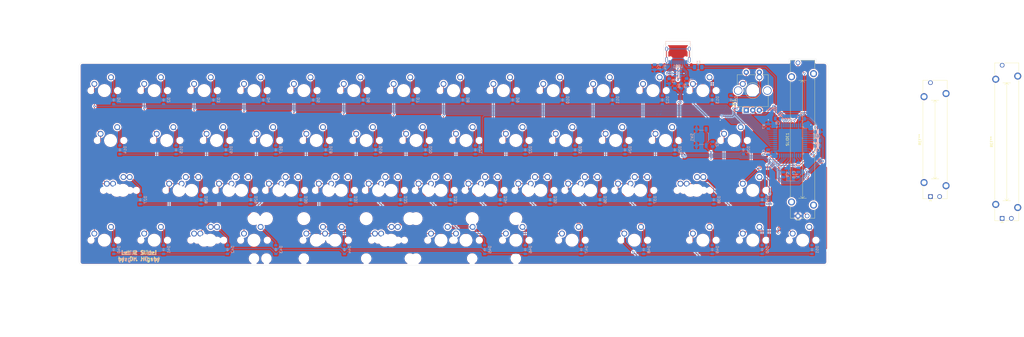
<source format=kicad_pcb>
(kicad_pcb (version 20211014) (generator pcbnew)
  (layers (0 "F.Cu" signal) (31 "B.Cu" signal) (34 "B.Paste" user) (35 "F.Paste" user) (36 "B.SilkS" user "B.Silkscreen") (37 "F.SilkS" user "F.Silkscreen") (38 "B.Mask" user) (39 "F.Mask" user) (44 "Edge.Cuts" user))
  (net 0 "")
  (net 1 "Net-(D1-Pad2)")
  (net 2 "Net-(D2-Pad2)")
  (net 3 "Net-(D3-Pad2)")
  (net 4 "Net-(D4-Pad2)")
  (net 5 "Net-(D5-Pad2)")
  (net 6 "Net-(D6-Pad2)")
  (net 7 "Net-(D7-Pad2)")
  (net 8 "Net-(D8-Pad2)")
  (net 9 "Net-(D9-Pad2)")
  (net 10 "Net-(D10-Pad2)")
  (net 11 "Net-(D11-Pad2)")
  (net 12 "Net-(D12-Pad2)")
  (net 13 "Net-(D13-Pad2)")
  (net 14 "Net-(D14-Pad2)")
  (net 15 "Net-(D15-Pad2)")
  (net 16 "Net-(D16-Pad2)")
  (net 17 "Net-(D17-Pad2)")
  (net 18 "Net-(D18-Pad2)")
  (net 19 "Net-(D19-Pad2)")
  (net 20 "Net-(D20-Pad2)")
  (net 21 "Net-(D21-Pad2)")
  (net 22 "Net-(D22-Pad2)")
  (net 23 "Net-(D23-Pad2)")
  (net 24 "Net-(D24-Pad2)")
  (net 25 "Net-(D25-Pad2)")
  (net 26 "Net-(D26-Pad2)")
  (net 27 "Net-(D27-Pad2)")
  (net 28 "Net-(D28-Pad2)")
  (net 29 "Net-(D29-Pad2)")
  (net 30 "Net-(D30-Pad2)")
  (net 31 "Net-(D31-Pad2)")
  (net 32 "Net-(D32-Pad2)")
  (net 33 "Net-(D33-Pad2)")
  (net 34 "Net-(D34-Pad2)")
  (net 35 "Net-(D35-Pad2)")
  (net 36 "Net-(D36-Pad2)")
  (net 37 "Net-(D37-Pad2)")
  (net 38 "Net-(D38-Pad2)")
  (net 39 "Net-(D39-Pad2)")
  (net 40 "Net-(D40-Pad2)")
  (net 41 "Net-(D41-Pad2)")
  (net 42 "Net-(D42-Pad2)")
  (net 43 "Net-(D43-Pad2)")
  (net 44 "Net-(D44-Pad2)")
  (net 45 "Net-(D45-Pad2)")
  (net 46 "Net-(D46-Pad2)")
  (net 47 "Net-(D47-Pad2)")
  (net 48 "Net-(D48-Pad2)")
  (net 49 "Net-(D49-Pad2)")
  (net 50 "Net-(D50-Pad2)")
  (net 51 "Net-(D51-Pad2)")
  (net 52 "Net-(D52-Pad2)")
  (net 53 "+5V")
  (net 54 "GND")
  (net 55 "Net-(R1-Pad2)")
  (net 56 "VCC")
  (net 57 "D+")
  (net 58 "D-")
  (net 59 "Net-(R7-Pad2)")
  (net 60 "MG2")
  (net 61 "MG1")
  (net 62 "ANAL_IN")
  (net 63 "Earth")
  (net 64 "Net-(C2-Pad1)")
  (net 65 "Net-(R2-Pad2)")
  (net 66 "Net-(R3-Pad2)")
  (net 67 "Net-(R5-Pad1)")
  (net 68 "Net-(R6-Pad1)")
  (net 69 "Net-(U2-Pad42)")
  (net 70 "Net-(U2-Pad40)")
  (net 71 "Net-(U2-Pad9)")
  (net 72 "Net-(U2-Pad8)")
  (net 73 "Net-(U2-Pad1)")
  (net 74 "Net-(USB1-PadB8)")
  (net 75 "Net-(USB1-PadA8)")
  (net 76 "r1")
  (net 77 "r2")
  (net 78 "r3")
  (net 79 "r4")
  (net 80 "c1")
  (net 81 "c2")
  (net 82 "c3")
  (net 83 "c4")
  (net 84 "c5")
  (net 85 "c6")
  (net 86 "c7")
  (net 87 "c8")
  (net 88 "c9")
  (net 89 "c10")
  (net 90 "c11")
  (net 91 "c12")
  (net 92 "c13")
  (net 93 "Net-(C9-Pad1)")
  (net 94 "Net-(C10-Pad1)")
  (net 95 "Net-(U2-Pad12)")
  (footprint "MX_Only:MXOnly-1U-NoLED" (layer "F.Cu") (at 26.19386 26.19386)
    (fp_text reference "MX1")
    (fp_text value "MX-NoLED")
  )
  (footprint "MX_Only:MXOnly-1U-NoLED" (layer "F.Cu") (at 45.24394 26.19386)
    (fp_text reference "MX2")
    (fp_text value "MX-NoLED")
  )
  (footprint "MX_Only:MXOnly-1U-NoLED" (layer "F.Cu") (at 64.29402 26.19386)
    (fp_text reference "MX3")
    (fp_text value "MX-NoLED")
  )
  (footprint "MX_Only:MXOnly-1U-NoLED" (layer "F.Cu") (at 83.3441 26.19386)
    (fp_text reference "MX4")
    (fp_text value "MX-NoLED")
  )
  (footprint "MX_Only:MXOnly-1U-NoLED" (layer "F.Cu") (at 102.39418 26.19386)
    (fp_text reference "MX5")
    (fp_text value "MX-NoLED")
  )
  (footprint "MX_Only:MXOnly-1U-NoLED" (layer "F.Cu") (at 121.44426 26.19386)
    (fp_text reference "MX6")
    (fp_text value "MX-NoLED")
  )
  (footprint "MX_Only:MXOnly-1U-NoLED" (layer "F.Cu") (at 140.49434 26.19386)
    (fp_text reference "MX7")
    (fp_text value "MX-NoLED")
  )
  (footprint "MX_Only:MXOnly-1U-NoLED" (layer "F.Cu") (at 159.54442 26.19386)
    (fp_text reference "MX8")
    (fp_text value "MX-NoLED")
  )
  (footprint "MX_Only:MXOnly-1U-NoLED" (layer "F.Cu") (at 178.5945 26.19386)
    (fp_text reference "MX9")
    (fp_text value "MX-NoLED")
  )
  (footprint "MX_Only:MXOnly-1U-NoLED" (layer "F.Cu") (at 197.64458 26.19386)
    (fp_text reference "MX10")
    (fp_text value "MX-NoLED")
  )
  (footprint "MX_Only:MXOnly-1U-NoLED" (layer "F.Cu") (at 216.69466 26.19386)
    (fp_text reference "MX11")
    (fp_text value "MX-NoLED")
  )
  (footprint "MX_Only:MXOnly-1U-NoLED" (layer "F.Cu") (at 235.74474 26.19386)
    (fp_text reference "MX12")
    (fp_text value "MX-NoLED")
  )
  (footprint "MX_Only:MXOnly-1U-NoLED" (layer "F.Cu") (at 254.79482 26.19386)
    (fp_text reference "MX13")
    (fp_text value "MX-NoLED")
  )
  (footprint "MX_Only:MXOnly-1.25U-NoLED" (layer "F.Cu") (at 28.57512 45.24394)
    (fp_text reference "MX14")
    (fp_text value "MX-NoLED")
  )
  (footprint "MX_Only:MXOnly-1U-NoLED" (layer "F.Cu") (at 50.00646 45.24394)
    (fp_text reference "MX15")
    (fp_text value "MX-NoLED")
  )
  (footprint "MX_Only:MXOnly-1U-NoLED" (layer "F.Cu") (at 69.05654 45.24394)
    (fp_text reference "MX16")
    (fp_text value "MX-NoLED")
  )
  (footprint "MX_Only:MXOnly-1U-NoLED" (layer "F.Cu") (at 88.10662 45.24394)
    (fp_text reference "MX17")
    (fp_text value "MX-NoLED")
  )
  (footprint "MX_Only:MXOnly-1U-NoLED" (layer "F.Cu") (at 107.1567 45.24394)
    (fp_text reference "MX18")
    (fp_text value "MX-NoLED")
  )
  (footprint "MX_Only:MXOnly-1U-NoLED" (layer "F.Cu") (at 126.20678 45.24394)
    (fp_text reference "MX19")
    (fp_text value "MX-NoLED")
  )
  (footprint "MX_Only:MXOnly-1U-NoLED" (layer "F.Cu") (at 145.25686 45.24394)
    (fp_text reference "MX20")
    (fp_text value "MX-NoLED")
  )
  (footprint "MX_Only:MXOnly-1U-NoLED" (layer "F.Cu") (at 164.30694 45.24394)
    (fp_text reference "MX21")
    (fp_text value "MX-NoLED")
  )
  (footprint "MX_Only:MXOnly-1U-NoLED" (layer "F.Cu") (at 183.35702 45.24394)
    (fp_text reference "MX22")
    (fp_text value "MX-NoLED")
  )
  (footprint "MX_Only:MXOnly-1U-NoLED" (layer "F.Cu") (at 202.4071 45.24394)
    (fp_text reference "MX23")
    (fp_text value "MX-NoLED")
  )
  (footprint "MX_Only:MXOnly-1U-NoLED" (layer "F.Cu") (at 221.45718 45.24394)
    (fp_text reference "MX24")
    (fp_text value "MX-NoLED")
  )
  (footprint "MX_Only:MXOnly-1U-NoLED" (layer "F.Cu") (at 240.50726 45.24394)
    (fp_text reference "MX25")
    (fp_text value "MX-NoLED")
  )
  (footprint "MX_Only:MXOnly-1.75U-NoLED" (layer "F.Cu") (at 266.70112 45.24394)
    (fp_text reference "MX26")
    (fp_text value "MX-NoLED")
  )
  (footprint "MX_Only:MXOnly-1.5U-NoLED" (layer "F.Cu") (at 30.95638 64.29402)
    (fp_text reference "MX27")
    (fp_text value "MX-NoLED")
  )
  (footprint "MX_Only:MXOnly-1.5U-NoLED" (layer "F.Cu") (at 250.0323 64.29402)
    (fp_text reference "MX38")
    (fp_text value "MX-NoLED")
  )
  (footprint "MX_Only:MXOnly-1U-NoLED" (layer "F.Cu") (at 273.8449 64.29402)
    (fp_text reference "MX39")
    (fp_text value "MX-NoLED")
  )
  (footprint "MX_Only:MXOnly-1U-NoLED" (layer "F.Cu") (at 26.19386 83.3441)
    (fp_text reference "MX40")
    (fp_text value "MX-NoLED")
  )
  (footprint "MX_Only:MXOnly-1U-NoLED" (layer "F.Cu") (at 45.24394 83.3441)
    (fp_text reference "MX41")
    (fp_text value "MX-NoLED")
  )
  (footprint "MX_Only:MXOnly-1U-NoLED" (layer "F.Cu") (at 64.29402 83.3441)
    (fp_text reference "MX42")
    (fp_text value "MX-NoLED")
  )
  (footprint "MX_Only:MXOnly-2.25U-ReversedStabilizers-NoLED" (layer "F.Cu") (at 114.30048 83.3441)
    (fp_text reference "MX44")
    (fp_text value "MX-NoLED")
  )
  (footprint "MX_Only:MXOnly-2U-ReversedStabilizers-NoLED" (layer "F.Cu") (at 154.7819 83.3441)
    (fp_text reference "MX45")
    (fp_text value "MX-NoLED")
  )
  (footprint "MX_Only:MXOnly-1U-NoLED" (layer "F.Cu") (at 183.35702 83.3441)
    (fp_text reference "MX46")
    (fp_text value "MX-NoLED")
  )
  (footprint "MX_Only:MXOnly-1.25U-NoLED" (layer "F.Cu") (at 204.78836 83.3441)
    (fp_text reference "MX47")
    (fp_text value "MX-NoLED")
  )
  (footprint "MX_Only:MXOnly-1.25U-NoLED" (layer "F.Cu") (at 228.60096 83.3441)
    (fp_text reference "MX48")
    (fp_text value "MX-NoLED")
  )
  (footprint "MX_Only:MXOnly-1U-NoLED" (layer "F.Cu") (at 254.79482 83.3441)
    (fp_text reference "MX49")
    (fp_text value "MX-NoLED")
  )
  (footprint "MX_Only:MXOnly-1U-NoLED" (layer "F.Cu") (at 273.8449 83.3441)
    (fp_text reference "MX50")
    (fp_text value "MX-NoLED")
  )
  (footprint "MX_Only:MXOnly-1U-NoLED" (layer "F.Cu") (at 292.89498 83.3441)
    (fp_text reference "MX51")
    (fp_text value "MX-NoLED")
  )
  (footprint "MX_Only:MXOnly-1U-NoLED" (layer "F.Cu") (at 273.8449 26.19386)
    (fp_text reference "MX52")
    (fp_text value "MX-NoLED")
  )
  (footprint "MX_Only:MXOnly-1.75U-NoLED" (layer "F.Cu") (at 33.33764 64.29402)
    (fp_text reference "MX27-1.75u1")
    (fp_text value "MX-NoLED")
  )
  (footprint "MX_Only:MXOnly-1.25U-NoLED" (layer "F.Cu") (at 252.41356 64.29402)
    (fp_text reference "MX38-1.25u1")
    (fp_text value "MX-NoLED")
  )
  (footprint "Rotary_Encoder:RotaryEncoder_Alps_EC11E-Switch_Vertical_H20mm_CircularMountingHoles" (layer "F.Cu") (at 273.84398 26.193772 90)
    (fp_text reference "RE1")
    (fp_text value "Rotary_Encoder_Switch")
  )
  (footprint "MX_Only:MXOnly-1U-NoLED" (layer "F.Cu") (at 54.76898 64.29402)
    (fp_text reference "MX28")
    (fp_text value "MX-NoLED")
  )
  (footprint "MX_Only:MXOnly-1U-NoLED" (layer "F.Cu") (at 73.81906 64.29402)
    (fp_text reference "MX29")
    (fp_text value "MX-NoLED")
  )
  (footprint "MX_Only:MXOnly-1U-NoLED" (layer "F.Cu") (at 92.86914 64.29402)
    (fp_text reference "MX30")
    (fp_text value "MX-NoLED")
  )
  (footprint "MX_Only:MXOnly-1U-NoLED" (layer "F.Cu") (at 111.91922 64.29402)
    (fp_text reference "MX31")
    (fp_text value "MX-NoLED")
  )
  (footprint "MX_Only:MXOnly-1U-NoLED" (layer "F.Cu") (at 130.9693 64.29402)
    (fp_text reference "MX32")
    (fp_text value "MX-NoLED")
  )
  (footprint "MX_Only:MXOnly-1U-NoLED" (layer "F.Cu") (at 150.01938 64.29402)
    (fp_text reference "MX33")
    (fp_text value "MX-NoLED")
  )
  (footprint "MX_Only:MXOnly-1U-NoLED" (layer "F.Cu") (at 169.06946 64.29402)
    (fp_text reference "MX34")
    (fp_text value "MX-NoLED")
  )
  (footprint "MX_Only:MXOnly-1U-NoLED" (layer "F.Cu") (at 188.11954 64.29402)
    (fp_text reference "MX35")
    (fp_text value "MX-NoLED")
  )
  (footprint "MX_Only:MXOnly-1U-NoLED" (layer "F.Cu") (at 207.16962 64.29402)
    (fp_text reference "MX36")
    (fp_text value "MX-NoLED")
  )
  (footprint "MX_Only:MXOnly-1U-NoLED" (layer "F.Cu") (at 226.2197 64.29402)
    (fp_text reference "MX37")
    (fp_text value "MX-NoLED")
  )
  (footprint "MX_Only:MXOnly-1U-NoLED" (layer "F.Cu") (at 173.831981 64.29402)
    (fp_text reference "MX34")
    (fp_text value "MX-NoLED")
  )
  (footprint "MX_Only:MXOnly-1U-NoLED" (layer "F.Cu") (at 135.73182 64.29402)
    (fp_text reference "MX32")
    (fp_text value "MX-NoLED")
  )
  (footprint "MX_Only:MXOnly-1U-NoLED" (layer "F.Cu") (at 211.93214 64.29402)
    (fp_text reference "MX36")
    (fp_text value "MX-NoLED")
  )
  (footprint "MX_Only:MXOnly-1U-NoLED" (layer "F.Cu") (at 78.58158 64.29402)
    (fp_text reference "MX29")
    (fp_text value "MX-NoLED")
  )
  (footprint "MX_Only:MXOnly-1U-NoLED" (layer "F.Cu") (at 116.68174 64.29402)
    (fp_text reference "MX31")
    (fp_text value "MX-NoLED")
  )
  (footprint "MX_Only:MXOnly-1U-NoLED" (layer "F.Cu") (at 154.7819 64.29402)
    (fp_text reference "MX33")
    (fp_text value "MX-NoLED")
  )
  (footprint "MX_Only:MXOnly-1U-NoLED" (layer "F.Cu") (at 192.88206 64.29402)
    (fp_text reference "MX35")
    (fp_text value "MX-NoLED")
  )
  (footprint "MX_Only:MXOnly-1U-NoLED" (layer "F.Cu") (at 230.98222 64.29402)
    (fp_text reference "MX37")
    (fp_text value "MX-NoLED")
  )
  (footprint "MX_Only:MXOnly-1U-NoLED" (layer "F.Cu") (at 97.631661 64.29402)
    (fp_text reference "MX30")
    (fp_text value "MX-NoLED")
  )
  (footprint "MX_Only:MXOnly-1U-NoLED" (layer "F.Cu") (at 59.5315 64.29402)
    (fp_text reference "MX28")
    (fp_text value "MX-NoLED")
  )
  (footprint "MX_Only:MXOnly-1.25U-NoLED" (layer "F.Cu") (at 66.67528 83.3441)
    (fp_text reference "MX42-1.25u1")
    (fp_text value "MX-NoLED")
  )
  (footprint "MX_Only:MXOnly-3U-ReversedStabilizers-NoLED" (layer "F.Cu") (at 107.15634 83.34382)
    (fp_text reference "MX44-3u1")
    (fp_text value "MX-NoLED")
  )
  (footprint "MX_Only:MXOnly-6.25U-ReversedStabilizers-NoLED" (layer "F.Cu") (at 133.35056 83.3441)
    (fp_text reference "MX44-6.25u1")
    (fp_text value "MX-NoLED")
  )
  (footprint "MX_Only:MXOnly-6U-Centered-ReversedStabilizers-NoLED" (layer "F.Cu") (at 135.73182 83.3441)
    (fp_text reference "MX44-6u1")
    (fp_text value "MX-NoLED")
  )
  (footprint "MX_Only:MXOnly-1U-NoLED" (layer "F.Cu") (at 83.3441 83.3441)
    (fp_text reference "MX43")
    (fp_text value "MX-NoLED")
  )
  (footprint "MX_Only:MXOnly-3U-ReversedStabilizers-NoLED" (layer "F.Cu") (at 164.306388 83.34382)
    (fp_text reference "MX45-3u1")
    (fp_text value "MX-NoLED")
  )
  (footprint "Potentiometer_THT:Potentiometer_Bourns_PTA4543_Single_Slide" (layer "F.Cu") (at 291.108057 74.0775 90)
    (fp_text reference "SLIDE1")
    (fp_text value "Conn_01x07_Male")
  )
  (footprint "Potentiometer_THT:Potentiometer_Bourns_PTA4543_Single_Slide" (layer "F.Cu") (at 369.09375 75.009375 90)
    (fp_text reference "REF**")
    (fp_text value "Potentiometer_Bourns_PTA4543_Single_Slide")
  )
  (footprint "Potentiometer_THT:Potentiometer_Bourns_PTA3043_Single_Slide" (layer "F.Cu") (at 341.709375 66.675 90)
    (fp_text reference "REF**")
    (fp_text value "Potentiometer_Bourns_PTA3043_Single_Slide")
  )
  (footprint "Diode_SMD:D_SOD-123" (layer "B.Cu") (at 48.815666 29.76565 90)
    (fp_text reference "D2")
    (fp_text value "D_Small")
  )
  (footprint "Diode_SMD:D_SOD-123" (layer "B.Cu") (at 67.865682 29.76565 90)
    (fp_text reference "D3")
    (fp_text value "D_Small")
  )
  (footprint "Diode_SMD:D_SOD-123" (layer "B.Cu") (at 86.915698 29.76565 90)
    (fp_text reference "D4")
    (fp_text value "D_Small")
  )
  (footprint "Diode_SMD:D_SOD-123" (layer "B.Cu") (at 105.965714 29.76565 90)
    (fp_text reference "D5")
    (fp_text value "D_Small")
  )
  (footprint "Diode_SMD:D_SOD-123" (layer "B.Cu") (at 125.01573 29.76565 90)
    (fp_text reference "D6")
    (fp_text value "D_Small")
  )
  (footprint "Diode_SMD:D_SOD-123" (layer "B.Cu") (at 144.065746 29.76565 90)
    (fp_text reference "D7")
    (fp_text value "D_Small")
  )
  (footprint "Diode_SMD:D_SOD-123" (layer "B.Cu") (at 163.115762 29.76565 90)
    (fp_text reference "D8")
    (fp_text value "D_Small")
  )
  (footprint "Diode_SMD:D_SOD-123" (layer "B.Cu") (at 182.165778 29.76565 90)
    (fp_text reference "D9")
    (fp_text value "D_Small")
  )
  (footprint "Diode_SMD:D_SOD-123" (layer "B.Cu") (at 201.215794 29.76565 90)
    (fp_text reference "D10")
    (fp_text value "D_Small")
  )
  (footprint "Diode_SMD:D_SOD-123" (layer "B.Cu") (at 220.26581 29.76565 90)
    (fp_text reference "D11")
    (fp_text value "D_Small")
  )
  (footprint "Diode_SMD:D_SOD-123" (layer "B.Cu") (at 239.315826 29.76565 90)
    (fp_text reference "D12")
    (fp_text value "D_Small")
  )
  (footprint "Diode_SMD:D_SOD-123" (layer "B.Cu") (at 258.365842 29.76565 90)
    (fp_text reference "D13")
    (fp_text value "D_Small")
  )
  (footprint "Diode_SMD:D_SOD-123" (layer "B.Cu") (at 32.146902 48.815666 90)
    (fp_text reference "D14")
    (fp_text value "D_Small")
  )
  (footprint "Diode_SMD:D_SOD-123" (layer "B.Cu") (at 53.57817 48.815666 90)
    (fp_text reference "D15")
    (fp_text value "D_Small")
  )
  (footprint "Diode_SMD:D_SOD-123" (layer "B.Cu") (at 72.628186 48.815666 90)
    (fp_text reference "D16")
    (fp_text value "D_Small")
  )
  (footprint "Diode_SMD:D_SOD-123" (layer "B.Cu") (at 91.678202 48.815666 90)
    (fp_text reference "D17")
    (fp_text value "D_Small")
  )
  (footprint "Diode_SMD:D_SOD-123" (layer "B.Cu") (at 110.728218 48.815666 90)
    (fp_text reference "D18")
    (fp_text value "D_Small")
  )
  (footprint "Diode_SMD:D_SOD-123" (layer "B.Cu") (at 129.778234 48.815666 90)
    (fp_text reference "D19")
    (fp_text value "D_Small")
  )
  (footprint "Diode_SMD:D_SOD-123" (layer "B.Cu") (at 148.82825 48.815666 90)
    (fp_text reference "D20")
    (fp_text value "D_Small")
  )
  (footprint "Diode_SMD:D_SOD-123" (layer "B.Cu") (at 167.878266 48.815666 90)
    (fp_text reference "D21")
    (fp_text value "D_Small")
  )
  (footprint "Diode_SMD:D_SOD-123" (layer "B.Cu") (at 186.928282 48.815666 90)
    (fp_text reference "D22")
    (fp_text value "D_Small")
  )
  (footprint "Diode_SMD:D_SOD-123" (layer "B.Cu") (at 205.978298 48.815666 90)
    (fp_text reference "D23")
    (fp_text value "D_Small")
  )
  (footprint "Diode_SMD:D_SOD-123" (layer "B.Cu") (at 225.028314 48.815666 90)
    (fp_text reference "D24")
    (fp_text value "D_Small")
  )
  (footprint "Diode_SMD:D_SOD-123" (layer "B.Cu") (at 244.07833 48.815666 90)
    (fp_text reference "D25")
    (fp_text value "D_Small")
  )
  (footprint "Diode_SMD:D_SOD-123" (layer "B.Cu") (at 270.272102 48.815666 90)
    (fp_text reference "D26")
    (fp_text value "D_Small")
  )
  (footprint "Diode_SMD:D_SOD-123" (layer "B.Cu") (at 39.885971 67.865682 90)
    (fp_text reference "D27")
    (fp_text value "D_Small")
  )
  (footprint "Diode_SMD:D_SOD-123" (layer "B.Cu") (at 63.103178 67.865682 90)
    (fp_text reference "D28")
    (fp_text value "D_Small")
  )
  (footprint "Diode_SMD:D_SOD-123" (layer "B.Cu") (at 82.153194 67.865682 90)
    (fp_text reference "D29")
    (fp_text value "D_Small")
  )
  (footprint "Diode_SMD:D_SOD-123" (layer "B.Cu") (at 101.20321 67.865682 90)
    (fp_text reference "D30")
    (fp_text value "D_Small")
  )
  (footprint "Diode_SMD:D_SOD-123" (layer "B.Cu") (at 120.253226 67.865682 90)
    (fp_text reference "D31")
    (fp_text value "D_Small")
  )
  (footprint "Diode_SMD:D_SOD-123" (layer "B.Cu") (at 139.303242 67.865682 90)
    (fp_text reference "D32")
    (fp_text value "D_Small")
  )
  (footprint "Diode_SMD:D_SOD-123" (layer "B.Cu") (at 158.353258 67.865682 90)
    (fp_text reference "D33")
    (fp_text value "D_Small")
  )
  (footprint "Diode_SMD:D_SOD-123" (layer "B.Cu") (at 177.403274 67.865682 90)
    (fp_text reference "D34")
    (fp_text value "D_Small")
  )
  (footprint "Diode_SMD:D_SOD-123" (layer "B.Cu") (at 196.45329 67.865682 90)
    (fp_text reference "D35")
    (fp_text value "D_Small")
  )
  (footprint "Diode_SMD:D_SOD-123" (layer "B.Cu") (at 215.503306 67.865682 90)
    (fp_text reference "D36")
    (fp_text value "D_Small")
  )
  (footprint "Diode_SMD:D_SOD-123" (layer "B.Cu") (at 234.553322 67.865682 90)
    (fp_text reference "D37")
    (fp_text value "D_Small")
  )
  (footprint "Diode_SMD:D_SOD-123" (layer "B.Cu") (at 258.961155 67.865682 90)
    (fp_text reference "D38")
    (fp_text value "D_Small")
  )
  (footprint "Diode_SMD:D_SOD-123" (layer "B.Cu") (at 277.415858 67.865682 90)
    (fp_text reference "D39")
    (fp_text value "D_Small")
  )
  (footprint "Diode_SMD:D_SOD-123" (layer "B.Cu") (at 29.76565 86.915698 90)
    (fp_text reference "D40")
    (fp_text value "D_Small")
  )
  (footprint "Diode_SMD:D_SOD-123" (layer "B.Cu") (at 48.815666 86.915698 90)
    (fp_text reference "D41")
    (fp_text value "D_Small")
  )
  (footprint "Diode_SMD:D_SOD-123" (layer "B.Cu") (at 73.223499 86.915698 90)
    (fp_text reference "D42")
    (fp_text value "D_Small")
  )
  (footprint "Diode_SMD:D_SOD-123" (layer "B.Cu") (at 91.678202 86.915698 90)
    (fp_text reference "D43")
    (fp_text value "D_Small")
  )
  (footprint "Diode_SMD:D_SOD-123" (layer "B.Cu") (at 117.871974 86.915698 90)
    (fp_text reference "D44")
    (fp_text value "D_Small")
  )
  (footprint "Diode_SMD:D_SOD-123" (layer "B.Cu") (at 186.928282 86.915698 90)
    (fp_text reference "D46")
    (fp_text value "D_Small")
  )
  (footprint "Diode_SMD:D_SOD-123" (layer "B.Cu") (at 208.35955 86.915698 90)
    (fp_text reference "D47")
    (fp_text value "D_Small")
  )
  (footprint "Diode_SMD:D_SOD-123" (layer "B.Cu") (at 232.17207 86.915698 90)
    (fp_text reference "D48")
    (fp_text value "D_Small")
  )
  (footprint "Diode_SMD:D_SOD-123" (layer "B.Cu") (at 258.365842 86.915698 90)
    (fp_text reference "D49")
    (fp_text value "D_Small")
  )
  (footprint "Diode_SMD:D_SOD-123" (layer "B.Cu") (at 277.415858 86.915698 90)
    (fp_text reference "D50")
    (fp_text value "D_Small")
  )
  (footprint "Diode_SMD:D_SOD-123" (layer "B.Cu") (at 296.465874 86.915698 90)
    (fp_text reference "D51")
    (fp_text value "D_Small")
  )
  (footprint "Diode_SMD:D_SOD-123" (layer "B.Cu") (at 265.509598 29.76565 90)
    (fp_text reference "D52")
    (fp_text value "D_Small")
  )
  (footprint "Capacitor_SMD:C_0805_2012Metric" (layer "B.Cu") (at 285.47 58.28 90)
    (fp_text reference "C9")
    (fp_text value "22")
  )
  (footprint "Capacitor_SMD:C_0805_2012Metric" (layer "B.Cu") (at 291.29 58.27 -90)
    (fp_text reference "C10")
    (fp_text value "22")
  )
  (footprint "Crystal:Crystal_SMD_3225-4Pin_3.2x2.5mm" (layer "B.Cu") (at 288.39 58.68 90)
    (fp_text reference "Y1")
    (fp_text value "Crystal_GND24_Small")
  )
  (footprint "Package_TO_SOT_SMD:SOT-23-6" (layer "B.Cu") (at 245.268956 19.645329 180)
    (fp_text reference "U1")
    (fp_text value "SRV05-4")
  )
  (footprint "Resistor_SMD:R_0805_2012Metric" (layer "B.Cu") (at 238.720513 17.264077 90)
    (fp_text reference "R4")
    (fp_text value "1M")
  )
  (footprint "Capacitor_SMD:C_0805_2012Metric" (layer "B.Cu") (at 236.339261 17.264077 90)
    (fp_text reference "C1")
    (fp_text value "4.7n")
  )
  (footprint "Resistor_SMD:R_0805_2012Metric" (layer "B.Cu") (at 248.6 22.4875 90)
    (fp_text reference "R3")
    (fp_text value "5.1k")
  )
  (footprint "Diode_SMD:D_SOD-123" (layer "B.Cu") (at 29.76565 29.76565 90)
    (fp_text reference "D1")
    (fp_text value "D_Small")
  )
  (footprint "Diode_SMD:D_SOD-123" (layer "B.Cu") (at 171.450144 86.915698 90)
    (fp_text reference "D45")
    (fp_text value "D_Small")
  )
  (footprint "Package_QFP:TQFP-44_10x10mm_P0.8mm" (layer "B.Cu") (at 288.131492 45.243788 180)
    (fp_text reference "U2")
    (fp_text value "ATmega32U4-AU")
  )
  (footprint "Capacitor_SMD:C_0805_2012Metric" (layer "B.Cu") (at 298.606499 45.243788)
    (fp_text reference "C2")
    (fp_text value "1uF")
  )
  (footprint "Capacitor_SMD:C_0805_2012Metric" (layer "B.Cu") (at 292.7 37 180)
    (fp_text reference "C3")
    (fp_text value "0.1uF")
  )
  (footprint "Capacitor_SMD:C_0805_2012Metric" (layer "B.Cu") (at 291.3 54.7 -90)
    (fp_text reference "C4")
    (fp_text value "0.1uF")
  )
  (footprint "Capacitor_SMD:C_0805_2012Metric" (layer "B.Cu") (at 298.6 42)
    (fp_text reference "C5")
    (fp_text value "0.1uF")
  )
  (footprint "Capacitor_SMD:C_0805_2012Metric" (layer "B.Cu") (at 298.6 47.3)
    (fp_text reference "C6")
    (fp_text value "0.1uF")
  )
  (footprint "Capacitor_SMD:C_0805_2012Metric" (layer "B.Cu") (at 279.7 49.7 -90)
    (fp_text reference "C7")
    (fp_text value "0.1uF")
  )
  (footprint "Capacitor_SMD:C_0805_2012Metric" (layer "B.Cu") (at 283.368988 36.909406)
    (fp_text reference "C8")
    (fp_text value "10uF")
  )
  (footprint "Fuse:Fuse_1206_3216Metric" (layer "B.Cu") (at 253.008025 17.264077 180)
    (fp_text reference "F1")
    (fp_text value "500 mA")
  )
  (footprint "Resistor_SMD:R_0805_2012Metric" (layer "B.Cu") (at 258.55 46.65 90)
    (fp_text reference "R2")
    (fp_text value "10k")
  )
  (footprint "Resistor_SMD:R_0805_2012Metric" (layer "B.Cu") (at 246.459582 24.407833 90)
    (fp_text reference "R5")
    (fp_text value "22")
  )
  (footprint "Resistor_SMD:R_0805_2012Metric" (layer "B.Cu") (at 244.07833 24.407833 90)
    (fp_text reference "R6")
    (fp_text value "22")
  )
  (footprint "Resistor_SMD:R_0805_2012Metric" (layer "B.Cu") (at 279.79711 39.885971 -90)
    (fp_text reference "R7")
    (fp_text value "10k")
  )
  (footprint "Resistor_SMD:R_0805_2012Metric" (layer "B.Cu") (at 241.9 22.5875 90)
    (fp_text reference "R1")
    (fp_text value "5.1k")
  )
  (footprint "Button_Switch_SMD:SW_SPST_SKQG_WithStem" (layer "B.Cu") (at 254.198651 44.053162 -90)
    (fp_text reference "SW1")
    (fp_text value "SW_Push")
  )
  (footprint "Connector_USB:USB_C_Receptacle_HRO_TYPE-C-31-M-12" (layer "B.Cu") (at 245.268956 11.310947)
    (fp_text reference "USB1")
    (fp_text value "USB_C_Receptacle_USB2.0")
  )
  (gr_line (start 239.315826 15.478138) (end 17.85939 15.478138) (layer "Edge.Cuts") (width 0.05))
  (gr_line (start 287.6825 15.47) (end 251.222086 15.478138) (layer "Edge.Cuts") (width 0.05))
  (gr_line (start 239.911139 8.929695) (end 239.911139 14.882825) (layer "Edge.Cuts") (width 0.05))
  (gr_line (start 250.626773 8.929695) (end 250.626773 14.882825) (layer "Edge.Cuts") (width 0.05))
  (gr_line (start 250.03146 8.334382) (end 240.506452 8.334382) (layer "Edge.Cuts") (width 0.05))
  (gr_line (start 298.095 15.47) (end 301.228378 15.478138) (layer "Edge.Cuts") (width 0.05))
  (gr_line (start 302.419004 91.678202) (end 302.419004 16.668764) (layer "Edge.Cuts") (width 0.05))
  (gr_line (start 16.668764 16.668764) (end 16.668764 91.678202) (layer "Edge.Cuts") (width 0.05))
  (gr_arc (start 250.03146 8.334382) (mid 250.45241 8.508745) (end 250.626773 8.929695) (layer "Edge.Cuts") (width 0.05))
  (gr_line (start 287.6825 15.47) (end 287.6825 14.28) (layer "Edge.Cuts") (width 0.05))
  (gr_arc (start 239.911139 8.929695) (mid 240.085502 8.508745) (end 240.506452 8.334382) (layer "Edge.Cuts") (width 0.05))
  (gr_arc (start 17.85939 92.868828) (mid 17.01749 92.520102) (end 16.668764 91.678202) (layer "Edge.Cuts") (width 0.05))
  (gr_line (start 287.98 13.9825) (end 297.7975 13.9825) (layer "Edge.Cuts") (width 0.05))
  (gr_arc (start 301.228378 15.478138) (mid 302.070278 15.826864) (end 302.419004 16.668764) (layer "Edge.Cuts") (width 0.05))
  (gr_line (start 17.85939 92.868828) (end 301.228378 92.868828) (layer "Edge.Cuts") (width 0.05))
  (gr_arc (start 302.419004 91.678202) (mid 302.070278 92.520102) (end 301.228378 92.868828) (layer "Edge.Cuts") (width 0.05))
  (gr_arc (start 297.7975 13.9825) (mid 298.007864 14.069636) (end 298.095 14.28) (layer "Edge.Cuts") (width 0.05))
  (gr_line (start 298.095 14.28) (end 298.095 15.47) (layer "Edge.Cuts") (width 0.05))
  (gr_arc (start 16.668764 16.668764) (mid 17.01749 15.826864) (end 17.85939 15.478138) (layer "Edge.Cuts") (width 0.05))
  (gr_arc (start 287.6825 14.28) (mid 287.769636 14.069636) (end 287.98 13.9825) (layer "Edge.Cuts") (width 0.05))
  (gr_arc (start 251.222086 15.478138) (mid 250.801136 15.303775) (end 250.626773 14.882825) (layer "Edge.Cuts") (width 0.05))
  (gr_arc (start 239.911139 14.882825) (mid 239.736776 15.303775) (end 239.315826 15.478138) (layer "Edge.Cuts") (width 0.05))
  (gr_text "Let It Slide!\nby: Dr. Higsby" (at 39.35 89.349999) (layer "B.SilkS") (effects (font (size 1.5 1.5) (thickness 0.3)) (justify mirror)))
  (gr_text "Let It Slide!\nby: Dr. Higsby" (at 39.45 89.3) (layer "F.SilkS") (effects (font (size 1.5 1.5) (thickness 0.3))))
  (segment (start 29.76565 22.14565) (end 28.73386 21.11386) (width 0.25) (layer "B.Cu") (net 1))
  (segment (start 29.76565 28.11565) (end 29.76565 22.14565) (width 0.25) (layer "B.Cu") (net 1))
  (segment (start 48.815666 28.11565) (end 48.815666 22.145586) (width 0.25) (layer "B.Cu") (net 2))
  (segment (start 48.815666 22.145586) (end 47.78394 21.11386) (width 0.25) (layer "B.Cu") (net 2))
  (segment (start 67.865682 22.145522) (end 66.83402 21.11386) (width 0.25) (layer "B.Cu") (net 3))
  (segment (start 67.865682 28.11565) (end 67.865682 22.145522) (width 0.25) (layer "B.Cu") (net 3))
  (segment (start 86.915698 22.145458) (end 85.8841 21.11386) (width 0.25) (layer "B.Cu") (net 4))
  (segment (start 86.915698 28.11565) (end 86.915698 22.145458) (width 0.25) (layer "B.Cu") (net 4))
  (segment (start 105.965714 22.145394) (end 104.93418 21.11386) (width 0.25) (layer "B.Cu") (net 5))
  (segment (start 105.965714 28.11565) (end 105.965714 22.145394) (width 0.25) (layer "B.Cu") (net 5))
  (segment (start 125.01573 28.11565) (end 125.01573 22.14533) (width 0.25) (layer "B.Cu") (net 6))
  (segment (start 125.01573 22.14533) (end 123.98426 21.11386) (width 0.25) (layer "B.Cu") (net 6))
  (segment (start 144.065746 22.145266) (end 143.03434 21.11386) (width 0.25) (layer "B.Cu") (net 7))
  (segment (start 144.065746 28.11565) (end 144.065746 22.145266) (width 0.25) (layer "B.Cu") (net 7))
  (segment (start 163.115762 28.11565) (end 163.115762 22.145202) (width 0.25) (layer "B.Cu") (net 8))
  (segment (start 163.115762 22.145202) (end 162.08442 21.11386) (width 0.25) (layer "B.Cu") (net 8))
  (segment (start 182.165778 22.145138) (end 181.1345 21.11386) (width 0.25) (layer "B.Cu") (net 9))
  (segment (start 182.165778 28.11565) (end 182.165778 22.145138) (width 0.25) (layer "B.Cu") (net 9))
  (segment (start 201.215794 22.145074) (end 200.18458 21.11386) (width 0.25) (layer "B.Cu") (net 10))
  (segment (start 201.215794 28.11565) (end 201.215794 22.145074) (width 0.25) (layer "B.Cu") (net 10))
  (segment (start 220.26581 22.14501) (end 219.23466 21.11386) (width 0.25) (layer "B.Cu") (net 11))
  (segment (start 220.26581 28.11565) (end 220.26581 22.14501) (width 0.25) (layer "B.Cu") (net 11))
  (segment (start 239.315826 22.144946) (end 238.28474 21.11386) (width 0.25) (layer "B.Cu") (net 12))
  (segment (start 239.315826 28.11565) (end 239.315826 22.144946) (width 0.25) (layer "B.Cu") (net 12))
  (segment (start 258.365842 22.144882) (end 257.33482 21.11386) (width 0.25) (layer "B.Cu") (net 13))
  (segment (start 258.365842 28.11565) (end 258.365842 22.144882) (width 0.25) (layer "B.Cu") (net 13))
  (segment (start 32.146902 47.165666) (end 32.146902 41.195722) (width 0.25) (layer "B.Cu") (net 14))
  (segment (start 32.146902 41.195722) (end 31.11512 40.16394) (width 0.25) (layer "B.Cu") (net 14))
  (segment (start 53.57817 41.19565) (end 52.54646 40.16394) (width 0.25) (layer "B.Cu") (net 15))
  (segment (start 53.57817 47.165666) (end 53.57817 41.19565) (width 0.25) (layer "B.Cu") (net 15))
  (segment (start 72.628186 47.165666) (end 72.628186 41.195586) (width 0.25) (layer "B.Cu") (net 16))
  (segment (start 72.628186 41.195586) (end 71.59654 40.16394) (width 0.25) (layer "B.Cu") (net 16))
  (segment (start 91.678202 47.165666) (end 91.678202 41.195522) (width 0.25) (layer "B.Cu") (net 17))
  (segment (start 91.678202 41.195522) (end 90.64662 40.16394) (width 0.25) (layer "B.Cu") (net 17))
  (segment (start 110.728218 47.165666) (end 110.728218 41.195458) (width 0.25) (layer "B.Cu") (net 18))
  (segment (start 110.728218 41.195458) (end 109.6967 40.16394) (width 0.25) (layer "B.Cu") (net 18))
  (segment (start 129.778234 41.195394) (end 128.74678 40.16394) (width 0.25) (layer "B.Cu") (net 19))
  (segment (start 129.778234 47.165666) (end 129.778234 41.195394) (width 0.25) (layer "B.Cu") (net 19))
  (segment (start 148.82825 47.165666) (end 148.82825 41.19533) (width 0.25) (layer "B.Cu") (net 20))
  (segment (start 148.82825 41.19533) (end 147.79686 40.16394) (width 0.25) (layer "B.Cu") (net 20))
  (segment (start 167.878266 47.165666) (end 167.878266 41.195266) (width 0.25) (layer "B.Cu") (net 21))
  (segment (start 167.878266 41.195266) (end 166.84694 40.16394) (width 0.25) (layer "B.Cu") (net 21))
  (segment (start 186.928282 41.195202) (end 185.89702 40.16394) (width 0.25) (layer "B.Cu") (net 22))
  (segment (start 186.928282 47.165666) (end 186.928282 41.195202) (width 0.25) (layer "B.Cu") (net 22))
  (segment (start 205.978298 47.165666) (end 205.978298 41.195138) (width 0.25) (layer "B.Cu") (net 23))
  (segment (start 205.978298 41.195138) (end 204.9471 40.16394) (width 0.25) (layer "B.Cu") (net 23))
  (segment (start 225.028314 47.165666) (end 225.028314 41.195074) (width 0.25) (layer "B.Cu") (net 24))
  (segment (start 225.028314 41.195074) (end 223.99718 40.16394) (width 0.25) (layer "B.Cu") (net 24))
  (segment (start 244.07833 47.165666) (end 244.07833 41.19501) (width 0.25) (layer "B.Cu") (net 25))
  (segment (start 244.07833 41.19501) (end 243.04726 40.16394) (width 0.25) (layer "B.Cu") (net 25))
  (segment (start 270.272102 41.194922) (end 269.24112 40.16394) (width 0.25) (layer "B.Cu") (net 26))
  (segment (start 270.272102 47.165666) (end 270.272102 41.194922) (width 0.25) (layer "B.Cu") (net 26))
  (segment (start 33.49638 59.21402) (end 35.87764 59.21402) (width 0.25) (layer "F.Cu") (net 27))
  (segment (start 39.885971 66.215682) (end 39.885971 63.222351) (width 0.25) (layer "B.Cu") (net 27))
  (segment (start 39.885971 63.222351) (end 35.87764 59.21402) (width 0.25) (layer "B.Cu") (net 27))
  (segment (start 57.30898 59.21402) (end 62.0715 59.21402) (width 0.25) (layer "F.Cu") (net 28))
  (segment (start 63.103178 60.245698) (end 62.0715 59.21402) (width 0.25) (layer "B.Cu") (net 28))
  (segment (start 63.103178 66.215682) (end 63.103178 60.245698) (width 0.25) (layer "B.Cu") (net 28))
  (segment (start 76.35906 59.21402) (end 81.12158 59.21402) (width 0.25) (layer "F.Cu") (net 29))
  (segment (start 82.153194 60.245634) (end 81.12158 59.21402) (width 0.25) (layer "B.Cu") (net 29))
  (segment (start 82.153194 66.215682) (end 82.153194 60.245634) (width 0.25) (layer "B.Cu") (net 29))
  (segment (start 95.40914 59.21402) (end 100.171661 59.21402) (width 0.25) (layer "F.Cu") (net 30))
  (segment (start 101.20321 60.245569) (end 100.171661 59.21402) (width 0.25) (layer "B.Cu") (net 30))
  (segment (start 101.20321 66.215682) (end 101.20321 60.245569) (width 0.25) (layer "B.Cu") (net 30))
  (segment (start 114.45922 59.21402) (end 119.22174 59.21402) (width 0.25) (layer "F.Cu") (net 31))
  (segment (start 120.253226 66.215682) (end 120.253226 60.245506) (width 0.25) (layer "B.Cu") (net 31))
  (segment (start 120.253226 60.245506) (end 119.22174 59.21402) (width 0.25) (layer "B.Cu") (net 31))
  (segment (start 133.5093 59.21402) (end 138.27182 59.21402) (width 0.25) (layer "F.Cu") (net 32))
  (segment (start 139.303242 60.245442) (end 138.27182 59.21402) (width 0.25) (layer "B.Cu") (net 32))
  (segment (start 139.303242 66.215682) (end 139.303242 60.245442) (width 0.25) (layer "B.Cu") (net 32))
  (segment (start 152.55938 59.21402) (end 157.3219 59.21402) (width 0.25) (layer "F.Cu") (net 33))
  (segment (start 158.353258 60.245378) (end 157.3219 59.21402) (width 0.25) (layer "B.Cu") (net 33))
  (segment (start 158.353258 66.215682) (end 158.353258 60.245378) (width 0.25) (layer "B.Cu") (net 33))
  (segment (start 171.60946 59.21402) (end 176.371981 59.21402) (width 0.25) (layer "F.Cu") (net 34))
  (segment (start 177.403274 66.215682) (end 177.403274 60.245313) (width 0.25) (layer "B.Cu") (net 34))
  (segment (start 177.403274 60.245313) (end 176.371981 59.21402) (width 0.25) (layer "B.Cu") (net 34))
  (segment (start 190.65954 59.21402) (end 195.42206 59.21402) (width 0.25) (layer "F.Cu") (net 35))
  (segment (start 196.45329 66.215682) (end 196.45329 60.24525) (width 0.25) (layer "B.Cu") (net 35))
  (segment (start 196.45329 60.24525) (end 195.42206 59.21402) (width 0.25) (layer "B.Cu") (net 35))
  (segment (start 209.70962 59.21402) (end 214.47214 59.21402) (width 0.25) (layer "F.Cu") (net 36))
  (segment (start 215.503306 60.245186) (end 214.47214 59.21402) (width 0.25) (layer "B.Cu") (net 36))
  (segment (start 215.503306 66.215682) (end 215.503306 60.245186) (width 0.25) (layer "B.Cu") (net 36))
  (segment (start 228.7597 59.21402) (end 233.52222 59.21402) (width 0.25) (layer "F.Cu") (net 37))
  (segment (start 234.553322 66.215682) (end 234.553322 60.245122) (width 0.25) (layer "B.Cu") (net 37))
  (segment (start 234.553322 60.245122) (end 233.52222 59.21402) (width 0.25) (layer "B.Cu") (net 37))
  (segment (start 252.5723 59.21402) (end 254.95356 59.21402) (width 0.25) (layer "F.Cu") (net 38))
  (segment (start 258.961155 63.221615) (end 254.95356 59.21402) (width 0.25) (layer "B.Cu") (net 38))
  (segment (start 258.961155 66.215682) (end 258.961155 63.221615) (width 0.25) (layer "B.Cu") (net 38))
  (segment (start 277.415858 60.244978) (end 276.3849 59.21402) (width 0.25) (layer "B.Cu") (net 39))
  (segment (start 277.415858 66.215682) (end 277.415858 60.244978) (width 0.25) (layer "B.Cu") (net 39))
  (segment (start 29.76565 85.265698) (end 29.76565 79.29589) (width 0.25) (layer "B.Cu") (net 40))
  (segment (start 29.76565 79.29589) (end 28.73386 78.2641) (width 0.25) (layer "B.Cu") (net 40))
  (segment (start 48.815666 79.295826) (end 47.78394 78.2641) (width 0.25) (layer "B.Cu") (net 41))
  (segment (start 48.815666 85.265698) (end 48.815666 79.295826) (width 0.25) (layer "B.Cu") (net 41))
  (segment (start 66.83402 78.2641) (end 69.21528 78.2641) (width 0.25) (layer "F.Cu") (net 42))
  (segment (start 73.223499 82.272319) (end 69.21528 78.2641) (width 0.25) (layer "B.Cu") (net 42))
  (segment (start 73.223499 85.265698) (end 73.223499 82.272319) (width 0.25) (layer "B.Cu") (net 42))
  (segment (start 91.678202 85.265698) (end 91.678202 84.058202) (width 0.25) (layer "B.Cu") (net 43))
  (segment (start 91.678202 84.058202) (end 85.8841 78.2641) (width 0.25) (layer "B.Cu") (net 43))
  (segment (start 116.84048 78.2641) (end 135.89056 78.2641) (width 0.25) (layer "F.Cu") (net 44))
  (segment (start 116.84048 78.2641) (end 109.69662 78.2641) (width 0.25) (layer "F.Cu") (net 44))
  (segment (start 135.89056 78.2641) (end 138.27182 78.2641) (width 0.25) (layer "F.Cu") (net 44))
  (segment (start 109.69662 78.2641) (end 109.69634 78.26382) (width 0.25) (layer "F.Cu") (net 44))
  (segment (start 117.871974 85.265698) (end 117.871974 79.295594) (width 0.25) (layer "B.Cu") (net 44))
  (segment (start 117.871974 79.295594) (end 116.84048 78.2641) (width 0.25) (layer "B.Cu") (net 44))
  (segment (start 157.32218 78.26382) (end 157.3219 78.2641) (width 0.25) (layer "F.Cu") (net 45))
  (segment (start 171.450144 82.867576) (end 166.846388 78.26382) (width 0.25) (layer "B.Cu") (net 45))
  (segment (start 157.32218 78.26382) (end 157.3219 78.2641) (width 0.25) (layer "B.Cu") (net 45))
  (segment (start 166.846388 78.26382) (end 157.32218 78.26382) (width 0.25) (layer "B.Cu") (net 45))
  (segment (start 171.450144 85.265698) (end 171.450144 82.867576) (width 0.25) (layer "B.Cu") (net 45))
  (segment (start 186.928282 79.295362) (end 185.89702 78.2641) (width 0.25) (layer "B.Cu") (net 46))
  (segment (start 186.928282 85.265698) (end 186.928282 79.295362) (width 0.25) (layer "B.Cu") (net 46))
  (segment (start 208.35955 79.29529) (end 207.32836 78.2641) (width 0.25) (layer "B.Cu") (net 47))
  (segment (start 208.35955 85.265698) (end 208.35955 79.29529) (width 0.25) (layer "B.Cu") (net 47))
  (segment (start 232.17207 85.265698) (end 232.17207 79.29521) (width 0.25) (layer "B.Cu") (net 48))
  (segment (start 232.17207 79.29521) (end 231.14096 78.2641) (width 0.25) (layer "B.Cu") (net 48))
  (segment (start 258.365842 79.295122) (end 257.33482 78.2641) (width 0.25) (layer "B.Cu") (net 49))
  (segment (start 258.365842 85.265698) (end 258.365842 79.295122) (width 0.25) (layer "B.Cu") (net 49))
  (segment (start 277.415858 85.265698) (end 277.415858 79.295058) (width 0.25) (layer "B.Cu") (net 50))
  (segment (start 277.415858 79.295058) (end 276.3849 78.2641) (width 0.25) (layer "B.Cu") (net 50))
  (segment (start 296.465874 79.294994) (end 295.43498 78.2641) (width 0.25) (layer "B.Cu") (net 51))
  (segment (start 296.465874 85.265698) (end 296.465874 79.294994) (width 0.25) (layer "B.Cu") (net 51))
  (segment (start 276.3849 21.11386) (end 276.3849 27.085834) (width 0.25) (layer "B.Cu") (net 52))
  (segment (start 265.906709 28.512761) (end 265.509598 28.11565) (width 0.25) (layer "B.Cu") (net 52))
  (segment (start 274.957973 28.512761) (end 265.906709 28.512761) (width 0.25) (layer "B.Cu") (net 52))
  (segment (start 276.3497 19.194392) (end 276.3497 21.07866) (width 0.25) (layer "B.Cu") (net 52))
  (segment (start 276.3497 21.07866) (end 276.3849 21.11386) (width 0.25) (layer "B.Cu") (net 52))
  (segment (start 276.3849 27.085834) (end 274.957973 28.512761) (width 0.25) (layer "B.Cu") (net 52))
  (segment (start 290.106502 54.75) (end 291.801692 54.75) (width 0.25) (layer "F.Cu") (net 53))
  (segment (start 297.651692 48.9) (end 297.67 48.9) (width 0.25) (layer "F.Cu") (net 53))
  (segment (start 291.801692 54.75) (end 297.651692 48.9) (width 0.25) (layer "F.Cu") (net 53))
  (segment (start 293.65 19.646694) (end 291.108057 17.104751) (width 0.25) (layer "F.Cu") (net 53))
  (segment (start 291.108057 17.104751) (end 291.108057 15.828148) (width 0.25) (layer "F.Cu") (net 53))
  (segment (start 284.098307 54.75) (end 279.833307 50.485) (width 0.25) (layer "F.Cu") (net 53))
  (segment (start 297.65 40.24) (end 297.65 48.88) (width 0.25) (layer "F.Cu") (net 53))
  (segment (start 297.65 48.88) (end 297.67 48.9) (width 0.25) (layer "F.Cu") (net 53))
  (segment (start 279.833307 50.485) (end 277.965 50.485) (width 0.25) (layer "F.Cu") (net 53))
  (segment (start 290.106502 54.75) (end 284.098307 54.75) (width 0.25) (layer "F.Cu") (net 53))
  (via (at 290.106502 54.75) (size 0.8) (drill 0.4) (layers "F.Cu" "B.Cu") (net 53))
  (via (at 297.67 48.9) (size 0.8) (drill 0.4) (layers "F.Cu" "B.Cu") (net 53))
  (via (at 277.965 50.485) (size 0.8) (drill 0.4) (layers "F.Cu" "B.Cu") (net 53))
  (via (at 293.65 19.646694) (size 0.8) (drill 0.4) (layers "F.Cu" "B.Cu") (net 53))
  (via (at 297.65 40.24) (size 0.8) (drill 0.4) (layers "F.Cu" "B.Cu") (net 53))
  (segment (start 297.65 40.24) (end 297.65 42) (width 0.25) (layer "B.Cu") (net 53))
  (segment (start 295.856212 42.043788) (end 297.606212 42.043788) (width 0.25) (layer "B.Cu") (net 53))
  (segment (start 295.806212 46.043788) (end 296.393788 46.043788) (width 0.25) (layer "B.Cu") (net 53))
  (segment (start 291.075 52.475) (end 290.531492 51.931492) (width 0.25) (layer "B.Cu") (net 53))
  (segment (start 281.056212 48.443788) (end 280.006212 48.443788) (width 0.25) (layer "B.Cu") (net 53))
  (segment (start 258.55 47.5625) (end 258.55 49.515656) (width 0.25) (layer "B.Cu") (net 53))
  (segment (start 293.831492 42.043788) (end 295.856212 42.043788) (width 0.25) (layer "B.Cu") (net 53))
  (segment (start 291.3 52.7) (end 291.075 52.475) (width 0.25) (layer "B.Cu") (net 53))
  (segment (start 284.703395 34.624999) (end 293.273001 34.624999) (width 0.25) (layer "B.Cu") (net 53))
  (segment (start 291.3 53.75) (end 291.3 52.7) (width 0.25) (layer "B.Cu") (net 53))
  (segment (start 272.232095 50.790657) (end 277.659343 50.790657) (width 0.25) (layer "B.Cu") (net 53))
  (segment (start 292.131492 38.768508) (end 292.7 38.2) (width 0.25) (layer "B.Cu") (net 53))
  (segment (start 297.67 48.9) (end 297.67 47.32) (width 0.25) (layer "B.Cu") (net 53))
  (segment (start 296.393788 46.043788) (end 297.65 47.3) (width 0.25) (layer "B.Cu") (net 53))
  (segment (start 293.65 37) (end 293.65 35.62) (width 0.25) (layer "B.Cu") (net 53))
  (segment (start 282.418988 36.909406) (end 284.703395 34.624999) (width 0.25) (layer "B.Cu") (net 53))
  (segment (start 269.359335 49.690665) (end 271.132103 49.690665) (width 0.25) (layer "B.Cu") (net 53))
  (segment (start 282.418988 24.568988) (end 282.418988 36.909406) (width 0.25) (layer "B.Cu") (net 53))
  (segment (start 293.65 37.25) (end 292.7 38.2) (width 0.25) (layer "B.Cu") (net 53))
  (segment (start 297.606212 42.043788) (end 297.65 42) (width 0.25) (layer "B.Cu") (net 53))
  (segment (start 284.131492 38.862536) (end 283.434478 38.165522) (width 0.25) (layer "B.Cu") (net 53))
  (segment (start 293.65 37) (end 293.65 37.25) (width 0.25) (layer "B.Cu") (net 53))
  (segment (start 280.006212 48.443788) (end 279.7 48.75) (width 0.25) (layer "B.Cu") (net 53))
  (segment (start 284.131492 39.543788) (end 284.131492 38.862536) (width 0.25) (layer "B.Cu") (net 53))
  (segment (start 293.65 35.62) (end 293.65 19.646694) (width 0.25) (layer "B.Cu") (net 53))
  (segment (start 293.65 19.646694) (end 293.65 19.646694) (width 0.25) (layer "B.Cu") (net 53))
  (segment (start 297.65 39.26141) (end 297.65 40.24) (width 0.25) (layer "B.Cu") (net 53))
  (segment (start 259.05 50.015656) (end 269.034344 50.015656) (width 0.25) (layer "B.Cu") (net 53))
  (segment (start 293.65 35.001998) (end 293.65 35.62) (width 0.25) (layer "B.Cu") (net 53))
  (segment (start 254.408025 17.264077) (end 278.714077 17.264077) (width 0.25) (layer "B.Cu") (net 53))
  (segment (start 293.65 37) (end 295.38859 37) (width 0.25) (layer "B.Cu") (net 53))
  (segment (start 269.034344 50.015656) (end 269.359335 49.690665) (width 0.25) (layer "B.Cu") (net 53))
  (segment (start 271.132103 49.690665) (end 272.232095 50.790657) (width 0.25) (layer "B.Cu") (net 53))
  (segment (start 282.418988 20.968988) (end 282.418988 24.568988) (width 0.25) (layer "B.Cu") (net 53))
  (segment (start 258.55 49.515656) (end 259.05 50.015656) (width 0.25) (layer "B.Cu") (net 53))
  (segment (start 295.38859 37) (end 297.65 39.26141) (width 0.25) (layer "B.Cu") (net 53))
  (segment (start 291.106502 53.75) (end 290.106502 54.75) (width 0.25) (layer "B.Cu") (net 53))
  (segment (start 282.431492 48.443788) (end 281.056212 48.443788) (width 0.25) (layer "B.Cu") (net 53))
  (segment (start 277.659343 50.790657) (end 277.965 50.485) (width 0.25) (layer "B.Cu") (net 53))
  (segment (start 297.67 47.32) (end 297.65 47.3) (width 0.25) (layer "B.Cu") (net 53))
  (segment (start 293.273001 34.624999) (end 293.65 35.001998) (width 0.25) (layer "B.Cu") (net 53))
  (segment (start 291.3 53.75) (end 291.106502 53.75) (width 0.25) (layer "B.Cu") (net 53))
  (segment (start 290.531492 50.943788) (end 290.531492 51.931492) (width 0.25) (layer "B.Cu") (net 53))
  (segment (start 282.418988 36.909406) (end 282.418988 37.150032) (width 0.25) (layer "B.Cu") (net 53))
  (segment (start 292.131492 39.543788) (end 292.131492 38.768508) (width 0.25) (layer "B.Cu") (net 53))
  (segment (start 293.831492 46.043788) (end 295.806212 46.043788) (width 0.25) (layer "B.Cu") (net 53))
  (segment (start 277.965 50.485) (end 279.7 48.75) (width 0.25) (layer "B.Cu") (net 53))
  (segment (start 278.714077 17.264077) (end 282.418988 20.968988) (width 0.25) (layer "B.Cu") (net 53))
  (segment (start 282.418988 37.150032) (end 283.434478 38.165522) (width 0.25) (layer "B.Cu") (net 53))
  (segment (start 245.284572 27.633653) (end 247.168235 27.633653) (width 0.25) (layer "F.Cu") (net 54))
  (segment (start 277.505308 37.35) (end 279.8 37.35) (width 0.25) (layer "F.Cu") (net 54))
  (segment (start 273.8497 33.694392) (end 277.505308 37.35) (width 0.25) (layer "F.Cu") (net 54))
  (segment (start 247.168235 27.633653) (end 247.184582 27.65) (width 0.25) (layer "F.Cu") (net 54))
  (segment (start 249.5 17.71) (end 247.57 19.64) (width 0.25) (layer "F.Cu") (net 54))
  (segment (start 249.5 16.539077) (end 249.5 17.71) (width 0.25) (layer "F.Cu") (net 54))
  (segment (start 292.925 35.35) (end 294.375 35.35) (width 0.25) (layer "F.Cu") (net 54))
  (via (at 245.284572 27.633653) (size 0.8) (drill 0.4) (layers "F.Cu" "B.Cu") (net 54))
  (via (at 249.5 16.539077) (size 0.8) (drill 0.4) (layers "F.Cu" "B.Cu") (net 54))
  (via (at 261.4 37.525) (size 0.8) (drill 0.4) (layers "F.Cu" "B.Cu") (net 54))
  (via (at 292.925 35.35) (size 0.8) (drill 0.4) (layers "F.Cu" "B.Cu") (net 54))
  (via (at 247.57 19.64) (size 0.8) (drill 0.4) (layers "F.Cu" "B.Cu") (net 54))
  (via (at 294.375 35.35) (size 0.8) (drill 0.4) (layers "F.Cu" "B.Cu") (net 54))
  (via (at 247.184582 27.65) (size 0.8) (drill 0.4) (layers "F.Cu" "B.Cu") (net 54))
  (via (at 296.04 39.3) (size 0.8) (drill 0.4) (layers "F.Cu" "B.Cu") (net 54))
  (via (at 279.8 37.35) (size 0.8) (drill 0.4) (layers "F.Cu" "B.Cu") (net 54))
  (segment (start 291.160577 36.410577) (end 284.817817 36.410577) (width 0.25) (layer "B.Cu") (net 54))
  (segment (start 241.9 24.667693) (end 244.86596 27.633653) (width 0.25) (layer "B.Cu") (net 54))
  (segment (start 297.412077 43.95002) (end 299.164512 43.95002) (width 0.25) (layer "B.Cu") (net 54))
  (segment (start 289.24 59.51) (end 289.24 59.78) (width 0.25) (layer "B.Cu") (net 54))
  (segment (start 239.198326 18.176577) (end 238.720513 18.176577) (width 0.25) (layer "B.Cu") (net 54))
  (segment (start 296.918309 44.443788) (end 297.412077 43.95002) (width 0.25) (layer "B.Cu") (net 54))
  (segment (start 247.564671 19.645329) (end 247.57 19.64) (width 0.25) (layer "B.Cu") (net 54))
  (segment (start 291.331492 37.418508) (end 291.75 37) (width 0.25) (layer "B.Cu") (net 54))
  (segment (start 289.731492 44.543788) (end 291.331492 42.943788) (width 0.25) (layer "B.Cu") (net 54))
  (segment (start 279.8 37.35) (end 279.8 38.970581) (width 0.25) (layer "B.Cu") (net 54))
  (segment (start 299.556499 47.293501) (end 299.55 47.3) (width 0.25) (layer "B.Cu") (net 54))
  (segment (start 248.518956 15.558033) (end 249.5 16.539077) (width 0.25) (layer "B.Cu") (net 54))
  (segment (start 289.381502 55.521502) (end 289.51 55.65) (width 0.25) (layer "B.Cu") (net 54))
  (segment (start 248.518956 15.355947) (end 248.518956 15.558033) (width 0.25) (layer "B.Cu") (net 54))
  (segment (start 287.54 57.81) (end 289.24 59.51) (width 0.2) (layer "B.Cu") (net 54))
  (segment (start 284.931492 39.543788) (end 284.931492 38.543788) (width 0.25) (layer "B.Cu") (net 54))
  (segment (start 287.941494 44.543788) (end 284.931492 47.55379) (width 0.25) (layer "B.Cu") (net 54))
  (segment (start 287.54 57.58) (end 287.54 57.81) (width 0.25) (layer "B.Cu") (net 54))
  (segment (start 248.45 26.384582) (end 247.184582 27.65) (width 0.25) (layer "B.Cu") (net 54))
  (segment (start 284.318988 37.931284) (end 284.318988 36.909406) (width 0.25) (layer "B.Cu") (net 54))
  (segment (start 283.241494 49.243788) (end 282.431492 49.243788) (width 0.25) (layer "B.Cu") (net 54))
  (segment (start 289.24 59.78) (end 290.73 59.78) (width 0.25) (layer "B.Cu") (net 54))
  (segment (start 299.556499 45.243788) (end 299.556499 47.293501) (width 0.25) (layer "B.Cu") (net 54))
  (segment (start 285.47 57.33) (end 287.29 57.33) (width 0.25) (layer "B.Cu") (net 54))
  (segment (start 238.720513 18.176577) (end 236.376761 18.176577) (width 0.25) (layer "B.Cu") (net 54))
  (segment (start 299.164512 43.95002) (end 299.556499 44.342007) (width 0.25) (layer "B.Cu") (net 54))
  (segment (start 291.75 37) (end 291.160577 36.410577) (width 0.25) (layer "B.Cu") (net 54))
  (segment (start 289.731492 51.943788) (end 289.381502 52.293778) (width 0.25) (layer "B.Cu") (net 54))
  (segment (start 248.45 23.55) (end 248.45 26.384582) (width 0.25) (layer "B.Cu") (net 54))
  (segment (start 291.75 36.525) (end 292.925 35.35) (width 0.25) (layer "B.Cu") (net 54))
  (segment (start 248.6 23.4) (end 248.45 23.55) (width 0.25) (layer "B.Cu") (net 54))
  (segment (start 284.931492 39.543788) (end 284.931492 47.55379) (width 0.25) (layer "B.Cu") (net 54))
  (segment (start 290.73 59.78) (end 291.29 59.22) (width 0.25) (layer "B.Cu") (net 54))
  (segment (start 299.55 40.525) (end 299.55 42) (width 0.25) (layer "B.Cu") (net 54))
  (segment (start 285.599979 57.393817) (end 285.599981 57.393815) (width 0.25) (layer "B.Cu") (net 54))
  (segment (start 242.018956 15.355947) (end 239.198326 18.176577) (width 0.25) (layer "B.Cu") (net 54))
  (segment (start 246.368956 19.645329) (end 247.564671 19.645329) (width 0.25) (layer "B.Cu") (net 54))
  (segment (start 293.831492 44.443788) (end 296.918309 44.443788) (width 0.25) (layer "B.Cu") (net 54))
  (segment (start 291.331492 39.543788) (end 291.331492 42.943788) (width 0.25) (layer "B.Cu") (net 54))
  (segment (start 241.9 23.5) (end 241.9 24.667693) (width 0.25) (layer "B.Cu") (net 54))
  (segment (start 284.931492 47.55379) (end 283.241494 49.243788) (width 0.25) (layer "B.Cu") (net 54))
  (segment (start 289.731492 44.543788) (end 287.941494 44.543788) (width 0.25) (layer "B.Cu") (net 54))
  (segment (start 284.931492 38.543788) (end 284.318988 37.931284) (width 0.25) (layer "B.Cu") (net 54))
  (segment (start 292.34001 58.16999) (end 291.29 59.22) (width 0.25) (layer "B.Cu") (net 54))
  (segment (start 289.381502 52.293778) (end 289.381502 55.521502) (width 0.25) (layer "B.Cu") (net 54))
  (segment (start 287.29 57.33) (end 287.54 57.58) (width 0.25) (layer "B.Cu") (net 54))
  (segment (start 279.8 38.970581) (end 279.79711 38.973471) (width 0.25) (layer "B.Cu") (net 54))
  (segment (start 289.731492 50.943788) (end 289.731492 44.543788) (width 0.25) (layer "B.Cu") (net 54))
  (segment (start 289.731492 50.943788) (end 289.731492 51.943788) (width 0.25) (layer "B.Cu") (net 54))
  (segment (start 299.556499 44.342007) (end 299.556499 45.243788) (width 0.25) (layer "B.Cu") (net 54))
  (segment (start 294.375 35.35) (end 299.55 40.525) (width 0.25) (layer "B.Cu") (net 54))
  (segment (start 289.51 55.65) (end 291.3 55.65) (width 0.25) (layer "B.Cu") (net 54))
  (segment (start 284.817817 36.410577) (end 284.318988 36.909406) (width 0.25) (layer "B.Cu") (net 54))
  (segment (start 244.86596 27.633653) (end 245.284572 27.633653) (width 0.25) (layer "B.Cu") (net 54))
  (segment (start 291.75 37) (end 291.75 36.525) (width 0.25) (layer "B.Cu") (net 54))
  (segment (start 291.331492 42.943788) (end 292.831492 44.443788) (width 0.25) (layer "B.Cu") (net 54))
  (segment (start 291.331492 39.543788) (end 291.331492 37.418508) (width 0.25) (layer "B.Cu") (net 54))
  (segment (start 292.831492 44.443788) (end 293.831492 44.443788) (width 0.25) (layer "B.Cu") (net 54))
  (segment (start 292.34001 56.69001) (end 292.34001 58.16999) (width 0.25) (layer "B.Cu") (net 54))
  (segment (start 236.376761 18.176577) (end 236.339261 18.214077) (width 0.25) (layer "B.Cu") (net 54))
  (segment (start 291.3 55.65) (end 292.34001 56.69001) (width 0.25) (layer "B.Cu") (net 54))
  (segment (start 241.824989 19.065599) (end 241.824989 21.599989) (width 0.25) (layer "B.Cu") (net 55))
  (segment (start 244.018956 15.355947) (end 244.018956 16.33095) (width 0.25) (layer "B.Cu") (net 55))
  (segment (start 244.018956 16.33095) (end 243.268936 17.080968) (width 0.25) (layer "B.Cu") (net 55))
  (segment (start 243.268936 17.621652) (end 241.824989 19.065599) (width 0.25) (layer "B.Cu") (net 55))
  (segment (start 241.824989 21.599989) (end 241.9 21.675) (width 0.25) (layer "B.Cu") (net 55))
  (segment (start 243.268936 17.080968) (end 243.268936 17.621652) (width 0.25) (layer "B.Cu") (net 55))
  (segment (start 243 19.6) (end 241.109989 19.6) (width 0.25) (layer "F.Cu") (net 56))
  (segment (start 241.109989 19.6) (end 241.099989 19.61) (width 0.25) (layer "F.Cu") (net 56))
  (via (at 241.099989 19.61) (size 0.8) (drill 0.4) (layers "F.Cu" "B.Cu") (net 56))
  (via (at 243 19.6) (size 0.8) (drill 0.4) (layers "F.Cu" "B.Cu") (net 56))
  (segment (start 247.186007 13.9) (end 247.718956 14.432949) (width 0.25) (layer "B.Cu") (net 56))
  (segment (start 241.099989 19.61) (end 241.099989 19.154189) (width 0.25) (layer "B.Cu") (net 56))
  (segment (start 242.818956 14.432949) (end 243.351905 13.9) (width 0.25) (layer "B.Cu") (net 56))
  (segment (start 247.718956 15.355947) (end 247.718956 16.330947) (width 0.25) (layer "B.Cu") (net 56))
  (segment (start 247.718956 14.432949) (end 247.718956 15.355947) (width 0.25) (layer "B.Cu") (net 56))
  (segment (start 248.652086 17.264077) (end 251.608025 17.264077) (width 0.25) (layer "B.Cu") (net 56))
  (segment (start 242.818926 17.435252) (end 242.818926 15.355977) (width 0.25) (layer "B.Cu") (net 56))
  (segment (start 243.351905 13.9) (end 247.186007 13.9) (width 0.25) (layer "B.Cu") (net 56))
  (segment (start 247.718956 16.330947) (end 248.652086 17.264077) (width 0.25) (layer "B.Cu") (net 56))
  (segment (start 243.045329 19.645329) (end 243 19.6) (width 0.25) (layer "B.Cu") (net 56))
  (segment (start 242.818926 15.355977) (end 242.818956 15.355947) (width 0.25) (layer "B.Cu") (net 56))
  (segment (start 242.818956 15.355947) (end 242.818956 14.432949) (width 0.25) (layer "B.Cu") (net 56))
  (segment (start 241.099989 19.154189) (end 242.818926 17.435252) (width 0.25) (layer "B.Cu") (net 56))
  (segment (start 244.168956 19.645329) (end 243.045329 19.645329) (width 0.25) (layer "B.Cu") (net 56))
  (segment (start 245.23994 22.04994) (end 245.25 22.06) (width 0.25) (layer "F.Cu") (net 57))
  (segment (start 245.23994 17.43006) (end 245.23994 22.04994) (width 0.25) (layer "F.Cu") (net 57))
  (via (at 245.23994 17.43006) (size 0.8) (drill 0.4) (layers "F.Cu" "B.Cu") (net 57))
  (via (at 245.25 22.06) (size 0.8) (drill 0.4) (layers "F.Cu" "B.Cu") (net 57))
  (segment (start 248.295001 19.181372) (end 246.818966 17.705337) (width 0.25) (layer "B.Cu") (net 57))
  (segment (start 246.818966 17.705337) (end 246.818966 17.347372) (width 0.25) (layer "B.Cu") (net 57))
  (segment (start 244.168956 17.453767) (end 245.018956 16.603767) (width 0.25) (layer "B.Cu") (net 57))
  (segment (start 246.368956 20.941044) (end 245.25 22.06) (width 0.25) (layer "B.Cu") (net 57))
  (segment (start 246.818966 17.347372) (end 246.018956 16.547361) (width 0.25) (layer "B.Cu") (net 57))
  (segment (start 248.295001 19.988001) (end 248.295001 19.181372) (width 0.25) (layer "B.Cu") (net 57))
  (segment (start 245.018956 16.603767) (end 245.018956 15.355947) (width 0.25) (layer "B.Cu") (net 57))
  (segment (start 246.368956 20.595329) (end 247.484671 20.595329) (width 0.25) (layer "B.Cu") (net 57))
  (segment (start 247.484671 20.595329) (end 247.687673 20.595329) (width 0.25) (layer "B.Cu") (net 57))
  (segment (start 245.23994 18.17006) (end 244.714671 18.695329) (width 0.25) (layer "B.Cu") (net 57))
  (segment (start 246.368956 20.595329) (end 246.368956 23.404707) (width 0.25) (layer "B.Cu") (net 57))
  (segment (start 244.714671 18.695329) (end 244.168956 18.695329) (width 0.25) (layer "B.Cu") (net 57))
  (segment (start 246.018956 16.547361) (end 246.018956 15.355947) (width 0.25) (layer "B.Cu") (net 57))
  (segment (start 247.484671 20.595329) (end 247.677673 20.595329) (width 0.25) (layer "B.Cu") (net 57))
  (segment (start 246.368956 23.404707) (end 246.459582 23.495333) (width 0.25) (layer "B.Cu") (net 57))
  (segment (start 245.23994 17.43006) (end 245.23994 18.17006) (width 0.25) (layer "B.Cu") (net 57))
  (segment (start 244.168956 18.695329) (end 244.168956 17.453767) (width 0.25) (layer "B.Cu") (net 57))
  (segment (start 246.368956 20.595329) (end 246.368956 20.941044) (width 0.25) (layer "B.Cu") (net 57))
  (segment (start 247.687673 20.595329) (end 248.295001 19.988001) (width 0.25) (layer "B.Cu") (net 57))
  (segment (start 245.26 19.024285) (end 245.26 20.284285) (width 0.25) (layer "B.Cu") (net 58))
  (segment (start 246.368956 18.695329) (end 246.368956 17.533771) (width 0.25) (layer "B.Cu") (net 58))
  (segment (start 244.948956 20.595329) (end 244.168956 20.595329) (width 0.25) (layer "B.Cu") (net 58))
  (segment (start 242.922327 20.595329) (end 242.274999 19.948001) (width 0.25) (layer "B.Cu") (net 58))
  (segment (start 245.26 20.284285) (end 244.948956 20.595329) (width 0.25) (layer "B.Cu") (net 58))
  (segment (start 244.518956 16.467357) (end 244.518956 15.355947) (width 0.25) (layer "B.Cu") (net 58))
  (segment (start 246.368956 17.533771) (end 245.518956 16.683771) (width 0.25) (layer "B.Cu") (net 58))
  (segment (start 243.718946 17.808052) (end 243.718946 17.267368) (width 0.25) (layer "B.Cu") (net 58))
  (segment (start 242.274999 19.948001) (end 242.274999 19.251999) (width 0.25) (layer "B.Cu") (net 58))
  (segment (start 246.368956 18.695329) (end 245.588956 18.695329) (width 0.25) (layer "B.Cu") (net 58))
  (segment (start 245.588956 18.695329) (end 245.26 19.024285) (width 0.25) (layer "B.Cu") (net 58))
  (segment (start 244.168956 20.595329) (end 244.168956 23.404707) (width 0.25) (layer "B.Cu") (net 58))
  (segment (start 245.518956 16.683771) (end 245.518956 15.355947) (width 0.25) (layer "B.Cu") (net 58))
  (segment (start 244.168956 23.404707) (end 244.07833 23.495333) (width 0.25) (layer "B.Cu") (net 58))
  (segment (start 243.718946 17.267368) (end 244.518956 16.467357) (width 0.25) (layer "B.Cu") (net 58))
  (segment (start 242.274999 19.251999) (end 243.718946 17.808052) (width 0.25) (layer "B.Cu") (net 58))
  (segment (start 244.168956 20.595329) (end 242.922327 20.595329) (width 0.25) (layer "B.Cu") (net 58))
  (segment (start 280.242427 41.243788) (end 279.79711 40.798471) (width 0.25) (layer "B.Cu") (net 59))
  (segment (start 282.431492 41.243788) (end 280.242427 41.243788) (width 0.25) (layer "B.Cu") (net 59))
  (segment (start 271.3497 33.694392) (end 272.674701 32.369391) (width 0.25) (layer "F.Cu") (net 60))
  (segment (start 285.665521 36.715521) (end 285.898001 36.715521) (width 0.25) (layer "F.Cu") (net 60))
  (segment (start 285.898001 36.715521) (end 286.550003 37.367523) (width 0.25) (layer "F.Cu") (net 60))
  (segment (start 272.674701 32.369391) (end 277.119391 32.369391) (width 0.25) (layer "F.Cu") (net 60))
  (segment (start 285.302056 36.352056) (end 285.665521 36.715521) (width 0.25) (layer "F.Cu") (net 60))
  (segment (start 277.994382 33.244382) (end 282.190271 33.244383) (width 0.25) (layer "F.Cu") (net 60))
  (segment (start 286.550003 37.367523) (end 286.550003 37.440522) (width 0.25) (layer "F.Cu") (net 60))
  (segment (start 282.190271 33.244383) (end 285.297944 36.352056) (width 0.25) (layer "F.Cu") (net 60))
  (segment (start 285.297944 36.352056) (end 285.302056 36.352056) (width 0.25) (layer "F.Cu") (net 60))
  (segment (start 277.119391 32.369391) (end 277.994382 33.244382) (width 0.25) (layer "F.Cu") (net 60))
  (via (at 286.550003 37.440522) (size 0.8) (drill 0.4) (layers "F.Cu" "B.Cu") (net 60))
  (segment (start 286.550003 39.525277) (end 286.531492 39.543788) (width 0.25) (layer "B.Cu") (net 60))
  (segment (start 286.550003 37.440522) (end 286.550003 39.525277) (width 0.25) (layer "B.Cu") (net 60))
  (segment (start 285.55 37.440522) (end 285.35 37.240522) (width 0.25) (layer "F.Cu") (net 61))
  (segment (start 276.3497 33.694392) (end 282.00387 33.694392) (width 0.25) (layer "F.Cu") (net 61))
  (segment (start 285.35 37.240522) (end 285.35 37.040522) (width 0.25) (layer "F.Cu") (net 61))
  (segment (start 285.35 37.040522) (end 282.00387 33.694392) (width 0.25) (layer "F.Cu") (net 61))
  (via (at 285.55 37.440522) (size 0.8) (drill 0.4) (layers "F.Cu" "B.Cu") (net 61))
  (segment (start 285.75 39.52528) (end 285.731492 39.543788) (width 0.25) (layer "B.Cu") (net 61))
  (segment (start 285.75 37.440522) (end 285.75 39.52528) (width 0.25) (layer "B.Cu") (net 61))
  (segment (start 285.731492 37.622014) (end 285.55 37.440522) (width 0.25) (layer "B.Cu") (net 61))
  (segment (start 285.731492 39.543788) (end 285.731492 37.622014) (width 0.25) (layer "B.Cu") (net 61))
  (segment (start 292.576999 34.624999) (end 294.026999 34.624999) (width 0.25) (layer "F.Cu") (net 62))
  (segment (start 293.562347 73.03179) (end 293.562347 61.187653) (width 0.25) (layer "F.Cu") (net 62))
  (segment (start 298.395001 49.514999) (end 298.395001 51.322181) (width 0.25) (layer "F.Cu") (net 62))
  (segment (start 294.608057 74.0775) (end 293.562347 73.03179) (width 0.25) (layer "F.Cu") (net 62))
  (segment (start 300.246962 53.174142) (end 300.635858 53.174142) (width 0.25) (layer "F.Cu") (net 62))
  (segment (start 294.026999 34.624999) (end 294.723001 34.624999) (width 0.25) (layer "F.Cu") (net 62))
  (segment (start 289.73 37.471998) (end 292.576999 34.624999) (width 0.25) (layer "F.Cu") (net 62))
  (segment (start 289.73 37.52) (end 289.73 37.471998) (width 0.25) (layer "F.Cu") (net 62))
  (segment (start 293.562347 61.187653) (end 295.070383 59.679617) (width 0.25) (layer "F.Cu") (net 62))
  (segment (start 298.395001 51.322181) (end 300.246962 53.174142) (width 0.25) (layer "F.Cu") (net 62))
  (segment (start 294.723001 34.624999) (end 298.395001 38.296999) (width 0.25) (layer "F.Cu") (net 62))
  (segment (start 298.395001 49.514999) (end 298.395001 50.629104) (width 0.25) (layer "F.Cu") (net 62))
  (segment (start 298.395001 38.296999) (end 298.395001 49.514999) (width 0.25) (layer "F.Cu") (net 62))
  (segment (start 295.070383 59.679617) (end 295.070383 58.639523) (width 0.25) (layer "F.Cu") (net 62))
  (segment (start 295.070383 58.639523) (end 295.197883 58.512023) (width 0.25) (layer "F.Cu") (net 62))
  (segment (start 298.395001 50.629104) (end 298.24291 50.781195) (width 0.25) (layer "F.Cu") (net 62))
  (via (at 300.635858 53.174142) (size 0.8) (drill 0.4) (layers "F.Cu" "B.Cu") (net 62))
  (via (at 295.197883 58.512023) (size 0.8) (drill 0.4) (layers "F.Cu" "B.Cu") (net 62))
  (via (at 289.73 37.52) (size 0.8) (drill 0.4) (layers "F.Cu" "B.Cu") (net 62))
  (segment (start 289.731492 39.543788) (end 289.731492 37.521492) (width 0.25) (layer "B.Cu") (net 62))
  (segment (start 300.146868 53.174142) (end 295.825505 57.495505) (width 0.25) (layer "B.Cu") (net 62))
  (segment (start 289.731492 37.521492) (end 289.73 37.52) (width 0.25) (layer "B.Cu") (net 62))
  (segment (start 300.635858 53.174142) (end 300.146868 53.174142) (width 0.25) (layer "B.Cu") (net 62))
  (segment (start 295.825505 57.495505) (end 295.197883 58.123127) (width 0.25) (layer "B.Cu") (net 62))
  (segment (start 295.197883 58.123127) (end 295.197883 58.512023) (width 0.25) (layer "B.Cu") (net 62))
  (segment (start 240.948956 14.440947) (end 240.948956 10.260947) (width 0.25) (layer "F.Cu") (net 63))
  (segment (start 249.588956 14.440947) (end 249.588956 10.260947) (width 0.25) (layer "F.Cu") (net 63))
  (segment (start 238.683013 16.314077) (end 238.720513 16.351577) (width 0.25) (layer "B.Cu") (net 63))
  (segment (start 249.588956 10.260947) (end 240.948956 10.260947) (width 0.25) (layer "B.Cu") (net 63))
  (segment (start 240.338326 16.351577) (end 238.720513 16.351577) (width 0.25) (layer "B.Cu") (net 63))
  (segment (start 240.948956 14.440947) (end 240.948956 15.740947) (width 0.25) (layer "B.Cu") (net 63))
  (segment (start 236.339261 16.314077) (end 238.683013 16.314077) (width 0.25) (layer "B.Cu") (net 63))
  (segment (start 240.948956 15.740947) (end 240.338326 16.351577) (width 0.25) (layer "B.Cu") (net 63))
  (segment (start 293.831492 45.243788) (end 297.656499 45.243788) (width 0.25) (layer "B.Cu") (net 64))
  (segment (start 294.330859 59.35) (end 294.345382 59.364523) (width 0.25) (layer "F.Cu") (net 65))
  (segment (start 257.8608 49.740666) (end 257.8608 52.1392) (width 0.25) (layer "F.Cu") (net 65))
  (segment (start 294.330859 56.68) (end 294.330859 59.35) (width 0.25) (layer "F.Cu") (net 65))
  (via (at 294.345382 59.364523) (size 0.8) (drill 0.4) (layers "F.Cu" "B.Cu") (net 65))
  (via (at 257.8608 52.1392) (size 0.8) (drill 0.4) (layers "F.Cu" "B.Cu") (net 65))
  (via (at 257.8608 49.740666) (size 0.8) (drill 0.4) (layers "F.Cu" "B.Cu") (net 65))
  (via (at 294.330859 56.68) (size 0.8) (drill 0.4) (layers "F.Cu" "B.Cu") (net 65))
  (segment (start 268.71431 51.815696) (end 258.334304 51.815696) (width 0.25) (layer "B.Cu") (net 65))
  (segment (start 256.048651 47.153162) (end 256.048651 40.953162) (width 0.25) (layer "B.Cu") (net 65))
  (segment (start 294.345382 59.364523) (end 293.956487 59.364523) (width 0.25) (layer "B.Cu") (net 65))
  (segment (start 258.0108 52.1392) (end 257.8608 52.1392) (width 0.25) (layer "B.Cu") (net 65))
  (segment (start 258.334304 51.815696) (end 258.0108 52.1392) (width 0.25) (layer "B.Cu") (net 65))
  (segment (start 293.956487 59.364523) (end 291.530991 61.790019) (width 0.25) (layer "B.Cu") (net 65))
  (segment (start 256.0375 40.942011) (end 256.048651 40.953162) (width 0.25) (layer "B.Cu") (net 65))
  (segment (start 291.530991 61.790019) (end 285.219009 61.790019) (width 0.25) (layer "B.Cu") (net 65))
  (segment (start 283.069961 57.092781) (end 278.117867 52.140687) (width 0.25) (layer "B.Cu") (net 65))
  (segment (start 258.55 45.7375) (end 257.464313 45.7375) (width 0.25) (layer "B.Cu") (net 65))
  (segment (start 269.039301 52.140687) (end 268.71431 51.815696) (width 0.25) (layer "B.Cu") (net 65))
  (segment (start 256.048651 47.928517) (end 257.8608 49.740666) (width 0.25) (layer "B.Cu") (net 65))
  (segment (start 256.048651 47.153162) (end 256.048651 47.928517) (width 0.25) (layer "B.Cu") (net 65))
  (segment (start 285.219009 61.790019) (end 283.069961 59.640967) (width 0.25) (layer "B.Cu") (net 65))
  (segment (start 291.331492 50.943788) (end 291.331492 51.65849) (width 0.25) (layer "B.Cu") (net 65))
  (segment (start 283.069961 59.640967) (end 283.069961 57.092781) (width 0.25) (layer "B.Cu") (net 65))
  (segment (start 257.464313 45.7375) (end 256.048651 47.153162) (width 0.25) (layer "B.Cu") (net 65))
  (segment (start 292.812347 55.161488) (end 294.330859 56.68) (width 0.25) (layer "B.Cu") (net 65))
  (segment (start 291.331492 51.65849) (end 292.812347 53.139345) (width 0.25) (layer "B.Cu") (net 65))
  (segment (start 292.812347 53.139345) (end 292.812347 54.812347) (width 0.25) (layer "B.Cu") (net 65))
  (segment (start 278.117867 52.140687) (end 269.039301 52.140687) (width 0.25) (layer "B.Cu") (net 65))
  (segment (start 292.812347 54.812347) (end 292.812347 55.161488) (width 0.25) (layer "B.Cu") (net 65))
  (segment (start 247.268976 17.160972) (end 247.268976 17.518937) (width 0.25) (layer "B.Cu") (net 66))
  (segment (start 247.018956 16.910952) (end 247.268976 17.160972) (width 0.25) (layer "B.Cu") (net 66))
  (segment (start 248.745011 18.994972) (end 248.745011 21.429989) (width 0.25) (layer "B.Cu") (net 66))
  (segment (start 248.745011 21.429989) (end 248.6 21.575) (width 0.25) (layer "B.Cu") (net 66))
  (segment (start 247.018956 15.355947) (end 247.018956 16.910952) (width 0.25) (layer "B.Cu") (net 66))
  (segment (start 247.268976 17.518937) (end 248.745011 18.994972) (width 0.25) (layer "B.Cu") (net 66))
  (segment (start 247.800003 51.190663) (end 247.8 51.190666) (width 0.25) (layer "F.Cu") (net 67))
  (segment (start 247.237271 50.062252) (end 247.23727 44.481538) (width 0.25) (layer "F.Cu") (net 67))
  (segment (start 247.8 51.190666) (end 247.8 50.624981) (width 0.25) (layer "F.Cu") (net 67))
  (segment (start 246.5 30.763649) (end 246.5 30.69065) (width 0.25) (layer "F.Cu") (net 67))
  (segment (start 247.23727 44.481538) (end 245.950007 43.194275) (width 0.25) (layer "F.Cu") (net 67))
  (segment (start 245.950007 31.313642) (end 246.5 30.763649) (width 0.25) (layer "F.Cu") (net 67))
  (segment (start 247.8 50.624981) (end 247.237271 50.062252) (width 0.25) (layer "F.Cu") (net 67))
  (segment (start 245.950007 43.194275) (end 245.950007 31.313642) (width 0.25) (layer "F.Cu") (net 67))
  (via (at 246.5 30.69065) (size 0.8) (drill 0.4) (layers "F.Cu" "B.Cu") (net 67))
  (via (at 247.8 51.190666) (size 0.8) (drill 0.4) (layers "F.Cu" "B.Cu") (net 67))
  (segment (start 248.234324 50.915676) (end 269.115676 50.915676) (width 0.25) (layer "B.Cu") (net 67))
  (segment (start 283.743797 56.493797) (end 283.31 56.06) (width 0.25) (layer "B.Cu") (net 67))
  (segment (start 269.115676 50.944242) (end 269.412101 51.240667) (width 0.25) (layer "B.Cu") (net 67))
  (segment (start 278.490667 51.240667) (end 278.575 51.325) (width 0.25) (layer "B.Cu") (net 67))
  (segment (start 297.081899 43.643788) (end 297.225677 43.50001) (width 0.25) (layer "B.Cu") (net 67))
  (segment (start 247.8 51.190666) (end 247.959334 51.190666) (width 0.25) (layer "B.Cu") (net 67))
  (segment (start 291.158189 60.890001) (end 300.381508 51.666682) (width 0.25) (layer "B.Cu") (net 67))
  (segment (start 299.350912 43.50001) (end 300.381509 44.530608) (width 0.25) (layer "B.Cu") (net 67))
  (segment (start 283.969979 59.268169) (end 285.59181 60.890001) (width 0.25) (layer "B.Cu") (net 67))
  (segment (start 285.59181 60.89) (end 291.15819 60.89) (width 0.25) (layer "B.Cu") (net 67))
  (segment (start 291.15819 60.89) (end 300.381509 51.666681) (width 0.25) (layer "B.Cu") (net 67))
  (segment (start 300.381509 51.666681) (end 300.381509 47.948491) (width 0.25) (layer "B.Cu") (net 67))
  (segment (start 283.96998 59.26817) (end 285.59181 60.89) (width 0.25) (layer "B.Cu") (net 67))
  (segment (start 246.459582 25.320333) (end 246.459582 30.650232) (width 0.25) (layer "B.Cu") (net 67))
  (segment (start 247.959334 51.190666) (end 248.234324 50.915676) (width 0.25) (layer "B.Cu") (net 67))
  (segment (start 246.459582 30.650232) (end 246.5 30.69065) (width 0.25) (layer "B.Cu") (net 67))
  (segment (start 283.96998 56.73998) (end 283.96998 59.26817) (width 0.25) (layer "B.Cu") (net 67))
  (segment (start 300.381509 47.948491) (end 300.381509 48.268491) (width 0.25) (layer "B.Cu") (net 67))
  (segment (start 285.59181 60.890001) (end 291.158189 60.890001) (width 0.25) (layer "B.Cu") (net 67))
  (segment (start 293.831492 43.643788) (end 297.081899 43.643788) (width 0.25) (layer "B.Cu") (net 67))
  (segment (start 278.575 51.325) (end 278.72501 51.47501) (width 0.25) (layer "B.Cu") (net 67))
  (segment (start 283.31 56.06) (end 278.575 51.325) (width 0.25) (layer "B.Cu") (net 67))
  (segment (start 300.381509 44.530608) (end 300.381509 47.948491) (width 0.25) (layer "B.Cu") (net 67))
  (segment (start 283.31 56.06) (end 283.969979 56.719979) (width 0.25) (layer "B.Cu") (net 67))
  (segment (start 297.225677 43.50001) (end 299.350912 43.50001) (width 0.25) (layer "B.Cu") (net 67))
  (segment (start 269.115676 50.915676) (end 269.115676 50.944242) (width 0.25) (layer "B.Cu") (net 67))
  (segment (start 269.412101 51.240667) (end 278.490667 51.240667) (width 0.25) (layer "B.Cu") (net 67))
  (segment (start 283.969979 56.719979) (end 283.969979 59.268169) (width 0.25) (layer "B.Cu") (net 67))
  (segment (start 246.787261 44.667939) (end 246.787261 51.177927) (width 0.25) (layer "F.Cu") (net 68))
  (segment (start 245.499997 32.000003) (end 245.499997 32.14065) (width 0.25) (layer "F.Cu") (net 68))
  (segment (start 246.787261 51.177927) (end 246.8 51.190666) (width 0.25) (layer "F.Cu") (net 68))
  (segment (start 245.499997 32.000003) (end 245.499997 43.380675) (width 0.25) (layer "F.Cu") (net 68))
  (segment (start 245.499997 30.69065) (end 245.499997 32.000003) (width 0.25) (layer "F.Cu") (net 68))
  (segment (start 245.499997 43.380675) (end 246.787261 44.667939) (width 0.25) (layer "F.Cu") (net 68))
  (via (at 246.8 51.190666) (size 0.8) (drill 0.4) (layers "F.Cu" "B.Cu") (net 68))
  (via (at 245.499997 30.69065) (size 0.8) (drill 0.4) (layers "F.Cu" "B.Cu") (net 68))
  (segment (start 293.831492 42.843788) (end 295.443788 42.843788) (width 0.25) (layer "B.Cu") (net 68))
  (segment (start 275.509323 51.690677) (end 278.304267 51.690677) (width 0.25) (layer "B.Cu") (net 68))
  (segment (start 283.519971 59.454571) (end 285.40541 61.34001) (width 0.25) (layer "B.Cu") (net 68))
  (segment (start 268.4 51.365686) (end 268.90071 51.365686) (width 0.25) (layer "B.Cu") (net 68))
  (segment (start 295.65 43.05) (end 299.537311 43.05) (width 0.25) (layer "B.Cu") (net 68))
  (segment (start 278.304267 51.690677) (end 283.51997 56.90638) (width 0.25) (layer "B.Cu") (net 68))
  (segment (start 247.451999 51.915667) (end 248.148001 51.915667) (width 0.25) (layer "B.Cu") (net 68))
  (segment (start 295.443788 42.843788) (end 295.65 43.05) (width 0.25) (layer "B.Cu") (net 68))
  (segment (start 283.51997 56.90638) (end 283.519971 59.454571) (width 0.25) (layer "B.Cu") (net 68))
  (segment (start 300.831518 48.118482) (end 300.831519 48.454891) (width 0.25) (layer "B.Cu") (net 68))
  (segment (start 285.40541 61.34001) (end 291.344591 61.340009) (width 0.25) (layer "B.Cu") (net 68))
  (segment (start 299.537311 43.05) (end 300.831518 44.344207) (width 0.25) (layer "B.Cu") (net 68))
  (segment (start 248.697982 51.365686) (end 268.4 51.365686) (width 0.25) (layer "B.Cu") (net 68))
  (segment (start 246.8 51.190666) (end 246.8 51.2) (width 0.25) (layer "B.Cu") (net 68))
  (segment (start 247.074999 51.538667) (end 247.451999 51.915667) (width 0.25) (layer "B.Cu") (net 68))
  (segment (start 246.009572 30.108076) (end 246.009572 27.251575) (width 0.25) (layer "B.Cu") (net 68))
  (segment (start 245.499997 30.617651) (end 246.009572 30.108076) (width 0.25) (layer "B.Cu") (net 68))
  (segment (start 269.225701 51.690677) (end 275.509323 51.690677) (width 0.25) (layer "B.Cu") (net 68))
  (segment (start 291.344591 61.340009) (end 300.831518 51.853082) (width 0.25) (layer "B.Cu") (net 68))
  (segment (start 293.831492 42.843788) (end 294.90001 42.843788) (width 0.25) (layer "B.Cu") (net 68))
  (segment (start 275.509323 51.690677) (end 275.65 51.690677) (width 0.25) (layer "B.Cu") (net 68))
  (segment (start 246.8 51.2) (end 247.074999 51.474999) (width 0.25) (layer "B.Cu") (net 68))
  (segment (start 300.831518 51.853082) (end 300.831518 48.118482) (width 0.25) (layer "B.Cu") (net 68))
  (segment (start 246.009572 27.251575) (end 244.07833 25.320333) (width 0.25) (layer "B.Cu") (net 68))
  (segment (start 245.499997 30.69065) (end 245.499997 30.617651) (width 0.25) (layer "B.Cu") (net 68))
  (segment (start 268.90071 51.365686) (end 269.225701 51.690677) (width 0.25) (layer "B.Cu") (net 68))
  (segment (start 300.831518 44.344207) (end 300.831518 48.118482) (width 0.25) (layer "B.Cu") (net 68))
  (segment (start 248.148001 51.915667) (end 248.697982 51.365686) (width 0.25) (layer "B.Cu") (net 68))
  (segment (start 247.074999 51.474999) (end 247.074999 51.538667) (width 0.25) (layer "B.Cu") (net 68))
  (segment (start 287.898007 36.715521) (end 288.550009 37.367523) (width 0.25) (layer "F.Cu") (net 76))
  (segment (start 286.70529 36.24999) (end 287.068884 36.249991) (width 0.25) (layer "F.Cu") (net 76))
  (segment (start 281.944364 32.344364) (end 282.56307 32.344364) (width 0.25) (layer "F.Cu") (net 76))
  (segment (start 281.693988 32.069374) (end 281.693988 32.093988) (width 0.25) (layer "F.Cu") (net 76))
  (segment (start 281.693988 32.093988) (end 281.944364 32.344364) (width 0.25) (layer "F.Cu") (net 76))
  (segment (start 287.068884 36.249991) (end 287.534414 36.715521) (width 0.25) (layer "F.Cu") (net 76))
  (segment (start 285.670744 35.452037) (end 285.674858 35.452038) (width 0.25) (layer "F.Cu") (net 76))
  (segment (start 286.270803 35.815503) (end 286.70529 36.24999) (width 0.25) (layer "F.Cu") (net 76))
  (segment (start 285.674858 35.452038) (end 286.038322 35.815502) (width 0.25) (layer "F.Cu") (net 76))
  (segment (start 286.038322 35.815502) (end 286.270803 35.815503) (width 0.25) (layer "F.Cu") (net 76))
  (segment (start 288.550009 37.367523) (end 288.550009 37.440522) (width 0.25) (layer "F.Cu") (net 76))
  (segment (start 287.534414 36.715521) (end 287.898007 36.715521) (width 0.25) (layer "F.Cu") (net 76))
  (segment (start 282.56307 32.344364) (end 285.670744 35.452037) (width 0.25) (layer "F.Cu") (net 76))
  (via (at 281.693988 32.069374) (size 0.8) (drill 0.4) (layers "F.Cu" "B.Cu") (net 76))
  (via (at 288.550009 37.440522) (size 0.8) (drill 0.4) (layers "F.Cu" "B.Cu") (net 76))
  (segment (start 162.790771 31.740641) (end 163.115762 31.41565) (width 0.25) (layer "B.Cu") (net 76))
  (segment (start 258.365842 31.465842) (end 258.365842 31.41565) (width 0.25) (layer "B.Cu") (net 76))
  (segment (start 48.490675 31.740641) (end 48.815666 31.41565) (width 0.25) (layer "B.Cu") (net 76))
  (segment (start 143.740755 31.740641) (end 144.065746 31.41565) (width 0.25) (layer "B.Cu") (net 76))
  (segment (start 239.315826 31.41565) (end 239.315826 31.415826) (width 0.25) (layer "B.Cu") (net 76))
  (segment (start 281.693988 32.069374) (end 278.649503 35.113859) (width 0.25) (layer "B.Cu") (net 76))
  (segment (start 30.190641 31.740641) (end 48.490675 31.740641) (width 0.25) (layer "B.Cu") (net 76))
  (segment (start 163.115762 31.41565) (end 163.31565 31.41565) (width 0.25) (layer "B.Cu") (net 76))
  (segment (start 219.940819 31.740641) (end 220.26581 31.41565) (width 0.25) (layer "B.Cu") (net 76))
  (segment (start 86.915698 31.465698) (end 87.190641 31.740641) (width 0.25) (layer "B.Cu") (net 76))
  (segment (start 29.76565 31.41565) (end 29.81565 31.41565) (width 0.25) (layer "B.Cu") (net 76))
  (segment (start 163.31565 31.41565) (end 163.640641 31.740641) (width 0.25) (layer "B.Cu") (net 76))
  (segment (start 201.812485 31.740641) (end 219.940819 31.740641) (width 0.25) (layer "B.Cu") (net 76))
  (segment (start 87.190641 31.740641) (end 105.640723 31.740641) (width 0.25) (layer "B.Cu") (net 76))
  (segment (start 182.165778 31.41565) (end 182.23645 31.41565) (width 0.25) (layer "B.Cu") (net 76))
  (segment (start 278.649503 35.113859) (end 267.250269 35.113859) (width 0.25) (layer "B.Cu") (net 76))
  (segment (start 125.01573 31.51573) (end 125.240641 31.740641) (width 0.25) (layer "B.Cu") (net 76))
  (segment (start 49.140641 31.740641) (end 67.540691 31.740641) (width 0.25) (layer "B.Cu") (net 76))
  (segment (start 29.86565 31.41565) (end 30.190641 31.740641) (width 0.25) (layer "B.Cu") (net 76))
  (segment (start 125.01573 31.41565) (end 125.01573 31.51573) (width 0.25) (layer "B.Cu") (net 76))
  (segment (start 258.640641 31.740641) (end 258.365842 31.465842) (width 0.25) (layer "B.Cu") (net 76))
  (segment (start 86.915698 31.41565) (end 86.915698 31.465698) (width 0.25) (layer "B.Cu") (net 76))
  (segment (start 263.2 31.740641) (end 258.640641 31.740641) (width 0.25) (layer "B.Cu") (net 76))
  (segment (start 67.540691 31.740641) (end 67.865682 31.41565) (width 0.25) (layer "B.Cu") (net 76))
  (segment (start 106.11565 31.41565) (end 106.440641 31.740641) (width 0.25) (layer "B.Cu") (net 76))
  (segment (start 239.640641 31.740641) (end 258.040851 31.740641) (width 0.25) (layer "B.Cu") (net 76))
  (segment (start 105.640723 31.740641) (end 105.965714 31.41565) (width 0.25) (layer "B.Cu") (net 76))
  (segment (start 163.640641 31.740641) (end 181.840787 31.740641) (width 0.25) (layer "B.Cu") (net 76))
  (segment (start 258.040851 31.740641) (end 258.365842 31.41565) (width 0.25) (layer "B.Cu") (net 76))
  (segment (start 267.250269 35.113859) (end 263.877052 31.740642) (width 0.25) (layer "B.Cu") (net 76))
  (segment (start 29.76565 31.41565) (end 29.86565 31.41565) (width 0.25) (layer "B.Cu") (net 76))
  (segment (start 288.550009 38.125271) (end 288.550009 37.440522) (width 0.25) (layer "B.Cu") (net 76))
  (segment (start 68.290641 31.740641) (end 86.590707 31.740641) (width 0.25) (layer "B.Cu") (net 76))
  (segment (start 220.579149 31.740641) (end 238.990835 31.740641) (width 0.25) (layer "B.Cu") (net 76))
  (segment (start 201.215794 31.41565) (end 201.487494 31.41565) (width 0.25) (layer "B.Cu") (net 76))
  (segment (start 220.26581 31.41565) (end 220.26581 31.427302) (width 0.25) (layer "B.Cu") (net 76))
  (segment (start 144.440641 31.740641) (end 162.790771 31.740641) (width 0.25) (layer "B.Cu") (net 76))
  (segment (start 106.440641 31.740641) (end 124.690739 31.740641) (width 0.25) (layer "B.Cu") (net 76))
  (segment (start 125.240641 31.740641) (end 143.740755 31.740641) (width 0.25) (layer "B.Cu") (net 76))
  (segment (start 124.690739 31.740641) (end 125.01573 31.41565) (width 0.25) (layer "B.Cu") (net 76))
  (segment (start 144.11565 31.41565) (end 144.440641 31.740641) (width 0.25) (layer "B.Cu") (net 76))
  (segment (start 105.965714 31.41565) (end 106.11565 31.41565) (width 0.25) (layer "B.Cu") (net 76))
  (segment (start 181.840787 31.740641) (end 182.165778 31.41565) (width 0.25) (layer "B.Cu") (net 76))
  (segment (start 48.815666 31.415666) (end 49.140641 31.740641) (width 0.25) (layer "B.Cu") (net 76))
  (segment (start 288.131492 39.543788) (end 288.131492 38.543788) (width 0.25) (layer "B.Cu") (net 76))
  (segment (start 201.487494 31.41565) (end 201.812485 31.740641) (width 0.25) (layer "B.Cu") (net 76))
  (segment (start 86.590707 31.740641) (end 86.915698 31.41565) (width 0.25) (layer "B.Cu") (net 76))
  (segment (start 29.76565 31.41565) (end 30.11565 31.41565) (width 0.25) (layer "B.Cu") (net 76))
  (segment (start 238.990835 31.740641) (end 239.315826 31.41565) (width 0.25) (layer "B.Cu") (net 76))
  (segment (start 144.065746 31.41565) (end 144.11565 31.41565) (width 0.25) (layer "B.Cu") (net 76))
  (segment (start 182.23645 31.41565) (end 182.561441 31.740641) (width 0.25) (layer "B.Cu") (net 76))
  (segment (start 263.877052 31.740642) (end 263.2 31.740641) (width 0.25) (layer "B.Cu") (net 76))
  (segment (start 200.890803 31.740641) (end 201.215794 31.41565) (width 0.25) (layer "B.Cu") (net 76))
  (segment (start 288.131492 38.543788) (end 288.550009 38.125271) (width 0.25) (layer "B.Cu") (net 76))
  (segment (start 239.315826 31.415826) (end 239.640641 31.740641) (width 0.25) (layer "B.Cu") (net 76))
  (segment (start 67.865682 31.41565) (end 67.96565 31.41565) (width 0.25) (layer "B.Cu") (net 76))
  (segment (start 67.96565 31.41565) (end 68.290641 31.740641) (width 0.25) (layer "B.Cu") (net 76))
  (segment (start 182.561441 31.740641) (end 200.890803 31.740641) (width 0.25) (layer "B.Cu") (net 76))
  (segment (start 48.815666 31.41565) (end 48.815666 31.415666) (width 0.25) (layer "B.Cu") (net 76))
  (segment (start 220.26581 31.427302) (end 220.579149 31.740641) (width 0.25) (layer "B.Cu") (net 76))
  (segment (start 29.81565 31.41565) (end 30.140641 31.740641) (width 0.25) (layer "B.Cu") (net 76))
  (segment (start 287.550006 37.367523) (end 286.882483 36.7) (width 0.25) (layer "F.Cu") (net 77))
  (segment (start 272.4883 31.919382) (end 272.038291 32.369391) (width 0.25) (layer "F.Cu") (net 77))
  (segment (start 286.084402 36.265512) (end 285.851922 36.265512) (width 0.25) (layer "F.Cu") (net 77))
  (segment (start 278.180784 32.794374) (end 277.305791 31.919381) (width 0.25) (layer "F.Cu") (net 77))
  (segment (start 277.305791 31.919381) (end 272.4883 31.919382) (width 0.25) (layer "F.Cu") (net 77))
  (segment (start 272.038291 32.369391) (end 268.505609 32.369391) (width 0.25) (layer "F.Cu") (net 77))
  (segment (start 285.851922 36.265512) (end 285.488457 35.902047) (width 0.25) (layer "F.Cu") (net 77))
  (segment (start 266.084269 36.065721) (end 266.64999 35.5) (width 0.25) (layer "F.Cu") (net 77))
  (segment (start 287.550006 37.440522) (end 287.550006 37.367523) (width 0.25) (layer "F.Cu") (net 77))
  (segment (start 282.37667 32.794374) (end 278.180784 32.794374) (width 0.25) (layer "F.Cu") (net 77))
  (segment (start 268.505609 32.369391) (end 267.825 33.05) (width 0.25) (layer "F.Cu") (net 77))
  (segment (start 262.084912 36.065721) (end 266.084269 36.065721) (width 0.25) (layer "F.Cu") (net 77))
  (segment (start 285.484345 35.902047) (end 282.966149 33.383851) (width 0.25) (layer "F.Cu") (net 77))
  (segment (start 286.882483 36.7) (end 286.51889 36.7) (width 0.25) (layer "F.Cu") (net 77))
  (segment (start 285.488457 35.902047) (end 285.484345 35.902047) (width 0.25) (layer "F.Cu") (net 77))
  (segment (start 266.64999 33.32499) (end 266.375 33.05) (width 0.25) (layer "F.Cu") (net 77))
  (segment (start 286.51889 36.7) (end 286.084402 36.265512) (width 0.25) (layer "F.Cu") (net 77))
  (segment (start 282.966149 33.383851) (end 282.37667 32.794374) (width 0.25) (layer "F.Cu") (net 77))
  (segment (start 266.64999 35.5) (end 266.64999 33.32499) (width 0.25) (layer "F.Cu") (net 77))
  (via (at 266.375 33.05) (size 0.8) (drill 0.4) (layers "F.Cu" "B.Cu") (net 77))
  (via (at 262.084912 36.065721) (size 0.8) (drill 0.4) (layers "F.Cu" "B.Cu") (net 77))
  (via (at 287.550006 37.440522) (size 0.8) (drill 0.4) (layers "F.Cu" "B.Cu") (net 77))
  (via (at 267.825 33.05) (size 0.8) (drill 0.4) (layers "F.Cu" "B.Cu") (net 77))
  (segment (start 261.809922 35.790731) (end 262.084912 36.065721) (width 0.25) (layer "B.Cu") (net 77))
  (segment (start 32.146902 50.465666) (end 170.415666 50.465666) (width 0.25) (layer "B.Cu") (net 77))
  (segment (start 170.586941 36.413059) (end 170.586941 50.294391) (width 0.25) (layer "B.Cu") (net 77))
  (segment (start 170.586941 50.294391) (end 170.415666 50.465666) (width 0.25) (layer "B.Cu") (net 77))
  (segment (start 171.209269 35.790731) (end 170.586941 36.413059) (width 0.25) (layer "B.Cu") (net 77))
  (segment (start 287.331492 37.659036) (end 287.550006 37.440522) (width 0.25) (layer "B.Cu") (net 77))
  (segment (start 170.415666 50.465666) (end 270.272102 50.465666) (width 0.25) (layer "B.Cu") (net 77))
  (segment (start 267.825 33.05) (end 266.375 33.05) (width 0.25) (layer "B.Cu") (net 77))
  (segment (start 287.331492 39.543788) (end 287.331492 37.659036) (width 0.25) (layer "B.Cu") (net 77))
  (segment (start 260.6 35.790731) (end 171.209269 35.790731) (width 0.25) (layer "B.Cu") (net 77))
  (segment (start 260.6 35.790731) (end 261.809922 35.790731) (width 0.25) (layer "B.Cu") (net 77))
  (segment (start 280.849901 69.5) (end 279.399901 69.5) (width 0.25) (layer "F.Cu") (net 78))
  (segment (start 280.330323 52.055018) (end 280.330323 53.763464) (width 0.25) (layer "F.Cu") (net 78))
  (segment (start 280.330323 53.763464) (end 279.5 54.593787) (width 0.25) (layer "F.Cu") (net 78))
  (via (at 280.330323 52.055018) (size 0.8) (drill 0.4) (layers "F.Cu" "B.Cu") (net 78))
  (via (at 279.5 54.593787) (size 0.8) (drill 0.4) (layers "F.Cu" "B.Cu") (net 78))
  (via (at 280.849901 69.5) (size 0.8) (drill 0.4) (layers "F.Cu" "B.Cu") (net 78))
  (via (at 279.399901 69.5) (size 0.8) (drill 0.4) (layers "F.Cu" "B.Cu") (net 78))
  (segment (start 280.890305 52.615) (end 280.330323 52.055018) (width 0.25) (layer "B.Cu") (net 78))
  (segment (start 279.399901 69.5) (end 277.43154 69.5) (width 0.25) (layer "B.Cu") (net 78))
  (segment (start 280.849901 69.5) (end 280.849901 69.349901) (width 0.25) (layer "B.Cu") (net 78))
  (segment (start 277.43154 69.5) (end 277.415858 69.515682) (width 0.25) (layer "B.Cu") (net 78))
  (segment (start 279.5 62.64) (end 280.422846 63.562846) (width 0.25) (layer "B.Cu") (net 78))
  (segment (start 280.849901 69.349901) (end 280.574911 69.074911) (width 0.25) (layer "B.Cu") (net 78))
  (segment (start 279.5 54.593787) (end 279.5 62.64) (width 0.25) (layer "B.Cu") (net 78))
  (segment (start 234.553322 69.515682) (end 258.961155 69.515682) (width 0.25) (layer "B.Cu") (net 78))
  (segment (start 280.574911 66.148091) (end 280.825001 65.898001) (width 0.25) (layer "B.Cu") (net 78))
  (segment (start 280.825001 65.898001) (end 280.825001 65.227154) (width 0.25) (layer "B.Cu") (net 78))
  (segment (start 283.265 52.615) (end 280.890305 52.615) (width 0.25) (layer "B.Cu") (net 78))
  (segment (start 258.961155 69.515682) (end 277.415858 69.515682) (width 0.25) (layer "B.Cu") (net 78))
  (segment (start 39.885971 69.515682) (end 63.103178 69.515682) (width 0.25) (layer "B.Cu") (net 78))
  (segment (start 284.131492 50.943788) (end 284.131492 51.748508) (width 0.25) (layer "B.Cu") (net 78))
  (segment (start 63.103178 69.515682) (end 234.553322 69.515682) (width 0.25) (layer "B.Cu") (net 78))
  (segment (start 284.131492 51.748508) (end 283.265 52.615) (width 0.25) (layer "B.Cu") (net 78))
  (segment (start 280.574911 69.074911) (end 280.574911 66.148091) (width 0.25) (layer "B.Cu") (net 78))
  (segment (start 280.825001 65.227154) (end 280.422846 64.824999) (width 0.25) (layer "B.Cu") (net 78))
  (segment (start 280.422846 64.824999) (end 280.422846 63.562846) (width 0.25) (layer "B.Cu") (net 78))
  (segment (start 267.1 35.523242) (end 267.363379 35.786621) (width 0.25) (layer "F.Cu") (net 79))
  (segment (start 280.124901 60.454405) (end 275.010248 55.339752) (width 0.25) (layer "F.Cu") (net 79))
  (segment (start 275.010248 55.339752) (end 274.710249 55.039751) (width 0.25) (layer "F.Cu") (net 79))
  (segment (start 278.738787 55.318787) (end 277.08759 55.318787) (width 0.25) (layer "F.Cu") (net 79))
  (segment (start 281.657653 53.948032) (end 280.286898 55.318787) (width 0.25) (layer "F.Cu") (net 79))
  (segment (start 267.1 31.45) (end 267.1 35.523242) (width 0.25) (layer "F.Cu") (net 79))
  (segment (start 281.657653 53.382347) (end 281.657653 53.948032) (width 0.25) (layer "F.Cu") (net 79))
  (segment (start 276.820901 55.052098) (end 276.124899 55.052098) (width 0.25) (layer "F.Cu") (net 79))
  (segment (start 279.528787 55.318787) (end 278.738787 55.318787) (width 0.25) (layer "F.Cu") (net 79))
  (segment (start 276.124899 55.052098) (end 274.722596 55.052098) (width 0.25) (layer "F.Cu") (net 79))
  (segment (start 280.1 65.55) (end 280.124901 65.525099) (width 0.25) (layer "F.Cu") (net 79))
  (segment (start 277.08759 55.318787) (end 276.820901 55.052098) (width 0.25) (layer "F.Cu") (net 79))
  (segment (start 273.248667 53.57817) (end 273.248667 41.67191) (width 0.25) (layer "F.Cu") (net 79))
  (segment (start 274.722596 55.052098) (end 274.710249 55.039751) (width 0.25) (layer "F.Cu") (net 79))
  (segment (start 273.248667 41.67191) (end 267.363379 35.786621) (width 0.25) (layer "F.Cu") (net 79))
  (segment (start 280.286898 55.318787) (end 278.738787 55.318787) (width 0.25) (layer "F.Cu") (net 79))
  (segment (start 280.124901 65.525099) (end 280.124901 60.454405) (width 0.25) (layer "F.Cu") (net 79))
  (segment (start 274.710249 55.039751) (end 273.248667 53.57817) (width 0.25) (layer "F.Cu") (net 79))
  (via (at 281.657653 53.382347) (size 0.8) (drill 0.4) (layers "F.Cu" "B.Cu") (net 79))
  (via (at 280.1 65.55) (size 0.8) (drill 0.4) (layers "F.Cu" "B.Cu") (net 79))
  (via (at 267.1 31.45) (size 0.8) (drill 0.4) (layers "F.Cu" "B.Cu") (net 79))
  (segment (start 48.815666 88.565698) (end 29.76565 88.565698) (width 0.25) (layer "B.Cu") (net 79))
  (segment (start 186.842403 88.479819) (end 186.928282 88.565698) (width 0.25) (layer "B.Cu") (net 79))
  (segment (start 117.871974 88.565698) (end 118.104302 88.565698) (width 0.25) (layer "B.Cu") (net 79))
  (segment (start 280.124901 65.574901) (end 280.1 65.55) (width 0.25) (layer "B.Cu") (net 79))
  (segment (start 267.06565 31.41565) (end 267.1 31.45) (width 0.25) (layer "B.Cu") (net 79))
  (segment (start 91.904302 88.565698) (end 93.59 86.88) (width 0.25) (layer "B.Cu") (net 79))
  (segment (start 171.536023 88.479819) (end 186.842403 88.479819) (width 0.25) (layer "B.Cu") (net 79))
  (segment (start 119.59 87.08) (end 169.964446 87.08) (width 0.25) (layer "B.Cu") (net 79))
  (segment (start 75.48 86.5) (end 89.612504 86.5) (width 0.25) (layer "B.Cu") (net 79))
  (segment (start 48.815666 88.565698) (end 73.223499 88.565698) (width 0.25) (layer "B.Cu") (net 79))
  (segment (start 284.931492 50.943788) (end 284.931492 51.75379) (width 0.25) (layer "B.Cu") (net 79))
  (segment (start 283.833277 53.382347) (end 284.931492 52.284132) (width 0.25) (layer "B.Cu") (net 79))
  (segment (start 280.124901 78.832793) (end 280.124901 85.856655) (width 0.25) (layer "B.Cu") (net 79))
  (segment (start 280.124901 85.856655) (end 277.415858 88.565698) (width 0.25) (layer "B.Cu") (net 79))
  (segment (start 281.657653 53.382347) (end 283.833277 53.382347) (width 0.25) (layer "B.Cu") (net 79))
  (segment (start 89.612504 86.5) (end 91.678202 88.565698) (width 0.25) (layer "B.Cu") (net 79))
  (segment (start 116.186276 86.88) (end 117.871974 88.565698) (width 0.25) (layer "B.Cu") (net 79))
  (segment (start 277.415858 88.565698) (end 282.175698 88.565698) (width 0.25) (layer "B.Cu") (net 79))
  (segment (start 171.450144 88.565698) (end 171.536023 88.479819) (width 0.25) (layer "B.Cu") (net 79))
  (segment (start 186.928282 88.565698) (end 208.35955 88.565698) (width 0.25) (layer "B.Cu") (net 79))
  (segment (start 232.17207 88.565698) (end 258.365842 88.565698) (width 0.25) (layer "B.Cu") (net 79))
  (segment (start 284.931492 52.284132) (end 284.931492 50.943788) (width 0.25) (layer "B.Cu") (net 79))
  (segment (start 258.365842 88.565698) (end 277.415858 88.565698) (width 0.25) (layer "B.Cu") (net 79))
  (segment (start 280.124901 78.832793) (end 280.124901 65.574901) (width 0.25) (layer "B.Cu") (net 79))
  (segment (start 208.35955 88.565698) (end 232.17207 88.565698) (width 0.25) (layer "B.Cu") (net 79))
  (segment (start 117.786375 88.480099) (end 117.871974 88.565698) (width 0.25) (layer "B.Cu") (net 79))
  (segment (start 169.964446 87.08) (end 171.450144 88.565698) (width 0.25) (layer "B.Cu") (net 79))
  (segment (start 93.59 86.88) (end 116.186276 86.88) (width 0.25) (layer "B.Cu") (net 79))
  (segment (start 73.414302 88.565698) (end 75.48 86.5) (width 0.25) (layer "B.Cu") (net 79))
  (segment (start 282.175698 88.565698) (end 296.465874 88.565698) (width 0.25) (layer "B.Cu") (net 79))
  (segment (start 73.223499 88.565698) (end 73.414302 88.565698) (width 0.25) (layer "B.Cu") (net 79))
  (segment (start 91.678202 88.565698) (end 91.904302 88.565698) (width 0.25) (layer "B.Cu") (net 79))
  (segment (start 118.104302 88.565698) (end 119.59 87.08) (width 0.25) (layer "B.Cu") (net 79))
  (segment (start 265.509598 31.41565) (end 267.06565 31.41565) (width 0.25) (layer "B.Cu") (net 79))
  (segment (start 22.38386 32.61614) (end 22.38386 40.32268) (width 0.25) (layer "F.Cu") (net 80))
  (segment (start 27.14638 61.75402) (end 29.52764 61.75402) (width 0.25) (layer "F.Cu") (net 80))
  (segment (start 24.76512 42.70394) (end 24.76512 59.37276) (width 0.25) (layer "F.Cu") (net 80))
  (segment (start 22.38386 32.18386) (end 22.38386 32.61614) (width 0.25) (layer "F.Cu") (net 80))
  (segment (start 24.76512 59.37276) (end 27.14638 61.75402) (width 0.25) (layer "F.Cu") (net 80))
  (segment (start 27.14638 61.75402) (end 25.55539 61.75402) (width 0.25) (layer "F.Cu") (net 80))
  (segment (start 25.55539 61.75402) (end 22.38386 64.92555) (width 0.25) (layer "F.Cu") (net 80))
  (segment (start 22.38386 64.92555) (end 22.38386 80.8041) (width 0.25) (layer "F.Cu") (net 80))
  (segment (start 22.38386 23.65386) (end 22.38386 32.18386) (width 0.25) (layer "F.Cu") (net 80))
  (segment (start 22.38386 40.32268) (end 24.76512 42.70394) (width 0.25) (layer "F.Cu") (net 80))
  (via (at 22.38386 32.18386) (size 0.8) (drill 0.4) (layers "F.Cu" "B.Cu") (net 80))
  (segment (start 238.455825 32.190651) (end 239.559349 32.190651) (width 0.25) (layer "B.Cu") (net 80))
  (segment (start 276.872949 39.4) (end 276.85 39.4) (width 0.25) (layer "B.Cu") (net 80))
  (segment (start 267.063869 35.563869) (end 263.690651 32.190651) (width 0.25) (layer "B.Cu") (net 80))
  (segment (start 279.516737 42.043788) (end 276.872949 39.4) (width 0.25) (layer "B.Cu") (net 80))
  (segment (start 29.15 32.190651) (end 22.390651 32.190651) (width 0.25) (layer "B.Cu") (net 80))
  (segment (start 29.15 32.190651) (end 238.455825 32.190651) (width 0.25) (layer "B.Cu") (net 80))
  (segment (start 282.431492 42.043788) (end 279.516737 42.043788) (width 0.25) (layer "B.Cu") (net 80))
  (segment (start 263.690651 32.190651) (end 239.559349 32.190651) (width 0.25) (layer "B.Cu") (net 80))
  (segment (start 239.559349 32.190651) (end 239.8 32.190651) (width 0.25) (layer "B.Cu") (net 80))
  (segment (start 22.390651 32.190651) (end 22.38386 32.18386) (width 0.25) (layer "B.Cu") (net 80))
  (segment (start 273.013869 35.563869) (end 267.063869 35.563869) (width 0.25) (layer "B.Cu") (net 80))
  (segment (start 276.85 39.4) (end 273.013869 35.563869) (width 0.25) (layer "B.Cu") (net 80))
  (segment (start 41.43394 32.91606) (end 41.43394 37.94142) (width 0.25) (layer "F.Cu") (net 81))
  (segment (start 41.43394 23.65386) (end 41.43394 32.91606) (width 0.25) (layer "F.Cu") (net 81))
  (segment (start 46.19646 56.9915) (end 50.95898 61.75402) (width 0.25) (layer "F.Cu") (net 81))
  (segment (start 50.95898 61.75402) (end 50.95898 71.27906) (width 0.25) (layer "F.Cu") (net 81))
  (segment (start 41.43394 37.94142) (end 46.19646 42.70394) (width 0.25) (layer "F.Cu") (net 81))
  (segment (start 50.95898 61.75402) (end 55.7215 61.75402) (width 0.25) (layer "F.Cu") (net 81))
  (segment (start 50.95898 71.27906) (end 41.43394 80.8041) (width 0.25) (layer "F.Cu") (net 81))
  (segment (start 46.19646 42.70394) (end 46.19646 56.9915) (width 0.25) (layer "F.Cu") (net 81))
  (via (at 41.43394 32.91606) (size 0.8) (drill 0.4) (layers "F.Cu" "B.Cu") (net 81))
  (segment (start 279.657378 42.843788) (end 272.827469 36.013879) (width 0.25) (layer "B.Cu") (net 81))
  (segment (start 263.504251 32.640661) (end 41.759339 32.640661) (width 0.25) (layer "B.Cu") (net 81))
  (segment (start 41.48394 32.91606) (end 41.43394 32.91606) (width 0.25) (layer "B.Cu") (net 81))
  (segment (start 41.759339 32.640661) (end 41.48394 32.91606) (width 0.25) (layer "B.Cu") (net 81))
  (segment (start 282.431492 42.843788) (end 279.657378 42.843788) (width 0.25) (layer "B.Cu") (net 81))
  (segment (start 272.827469 36.013879) (end 266.877469 36.013879) (width 0.25) (layer "B.Cu") (net 81))
  (segment (start 266.877469 36.013879) (end 263.504251 32.640661) (width 0.25) (layer "B.Cu") (net 81))
  (segment (start 60.48402 33.36598) (end 60.48402 37.94142) (width 0.25) (layer "F.Cu") (net 82))
  (segment (start 70.00906 61.75402) (end 74.77158 61.75402) (width 0.25) (layer "F.Cu") (net 82))
  (segment (start 65.24654 56.9915) (end 70.00906 61.75402) (width 0.25) (layer "F.Cu") (net 82))
  (segment (start 60.48402 23.65386) (end 60.48402 33.36598) (width 0.25) (layer "F.Cu") (net 82))
  (segment (start 70.00906 72.943058) (end 62.86528 80.086838) (width 0.25) (layer "F.Cu") (net 82))
  (segment (start 65.24654 42.70394) (end 65.24654 56.9915) (width 0.25) (layer "F.Cu") (net 82))
  (segment (start 70.00906 61.75402) (end 70.00906 72.943058) (width 0.25) (layer "F.Cu") (net 82))
  (segment (start 62.86528 80.086838) (end 62.86528 80.8041) (width 0.25) (layer "F.Cu") (net 82))
  (segment (start 60.48402 37.94142) (end 65.24654 42.70394) (width 0.25) (layer "F.Cu") (net 82))
  (segment (start 60.48402 80.8041) (end 62.86528 80.8041) (width 0.25) (layer "F.Cu") (net 82))
  (via (at 60.48402 33.36598) (size 0.8) (drill 0.4) (layers "F.Cu" "B.Cu") (net 82))
  (segment (start 272.641069 36.463889) (end 266.691069 36.463889) (width 0.25) (layer "B.Cu") (net 82))
  (segment (start 279.820968 43.643788) (end 272.641069 36.463889) (width 0.25) (layer "B.Cu") (net 82))
  (segment (start 282.431492 43.643788) (end 279.820968 43.643788) (width 0.25) (layer "B.Cu") (net 82))
  (segment (start 266.691069 36.463889) (end 263.317851 33.090671) (width 0.25) (layer "B.Cu") (net 82))
  (segment (start 263.317851 33.090671) (end 60.959329 33.090671) (width 0.25) (layer "B.Cu") (net 82))
  (segment (start 60.959329 33.090671) (end 60.68402 33.36598) (width 0.25) (layer "B.Cu") (net 82))
  (segment (start 60.68402 33.36598) (end 60.48402 33.36598) (width 0.25) (layer "B.Cu") (net 82))
  (segment (start 79.5341 33.8159) (end 79.5341 37.94142) (width 0.25) (layer "F.Cu") (net 83))
  (segment (start 89.05914 61.75402) (end 93.821661 61.75402) (width 0.25) (layer "F.Cu") (net 83))
  (segment (start 89.05914 65.948646) (end 79.5341 75.473686) (width 0.25) (layer "F.Cu") (net 83))
  (segment (start 84.29662 42.70394) (end 84.29662 56.9915) (width 0.25) (layer "F.Cu") (net 83))
  (segment (start 89.05914 61.75402) (end 89.05914 65.948646) (width 0.25) (layer "F.Cu") (net 83))
  (segment (start 79.5341 23.65386) (end 79.5341 33.8159) (width 0.25) (layer "F.Cu") (net 83))
  (segment (start 79.5341 75.473686) (end 79.5341 80.8041) (width 0.25) (layer "F.Cu") (net 83))
  (segment (start 79.5341 37.94142) (end 84.29662 42.70394) (width 0.25) (layer "F.Cu") (net 83))
  (segment (start 84.29662 56.9915) (end 89.05914 61.75402) (width 0.25) (layer "F.Cu") (net 83))
  (via (at 79.5341 33.8159) (size 0.8) (drill 0.4) (layers "F.Cu" "B.Cu") (net 83))
  (segment (start 282.431492 44.443788) (end 279.984558 44.443788) (width 0.25) (layer "B.Cu") (net 83))
  (segment (start 272.454669 36.913899) (end 266.504669 36.913899) (width 0.25) (layer "B.Cu") (net 83))
  (segment (start 79.909319 33.540681) (end 237.896625 33.540681) (width 0.25) (layer "B.Cu") (net 83))
  (segment (start 266.504669 36.913899) (end 263.131451 33.540681) (width 0.25) (layer "B.Cu") (net 83))
  (segment (start 263.131451 33.540681) (end 238.909319 33.540681) (width 0.25) (layer "B.Cu") (net 83))
  (segment (start 79.5341 33.8159) (end 79.6341 33.8159) (width 0.25) (layer "B.Cu") (net 83))
  (segment (start 279.984558 44.443788) (end 272.454669 36.913899) (width 0.25) (layer "B.Cu") (net 83))
  (segment (start 238.909319 33.540681) (end 239.05 33.540681) (width 0.25) (layer "B.Cu") (net 83))
  (segment (start 237.896625 33.540681) (end 238.909319 33.540681) (width 0.25) (layer "B.Cu") (net 83))
  (segment (start 79.6341 33.8159) (end 79.909319 33.540681) (width 0.25) (layer "B.Cu") (net 83))
  (segment (start 98.58418 34.26582) (end 98.58418 37.94142) (width 0.25) (layer "F.Cu") (net 84))
  (segment (start 103.3467 42.70394) (end 103.3467 56.9915) (width 0.25) (layer "F.Cu") (net 84))
  (segment (start 103.34634 80.80382) (end 110.4902 80.80382) (width 0.25) (layer "F.Cu") (net 84))
  (segment (start 108.10922 76.04094) (end 103.34634 80.80382) (width 0.25) (layer "F.Cu") (net 84))
  (segment (start 129.54056 80.8041) (end 131.92182 80.8041) (width 0.25) (layer "F.Cu") (net 84))
  (segment (start 98.58418 23.65386) (end 98.58418 34.26582) (width 0.25) (layer "F.Cu") (net 84))
  (segment (start 108.10922 61.75402) (end 112.87174 61.75402) (width 0.25) (layer "F.Cu") (net 84))
  (segment (start 110.49048 80.8041) (end 129.54056 80.8041) (width 0.25) (layer "F.Cu") (net 84))
  (segment (start 103.3467 56.9915) (end 108.10922 61.75402) (width 0.25) (layer "F.Cu") (net 84))
  (segment (start 108.10922 61.75402) (end 108.10922 76.04094) (width 0.25) (layer "F.Cu") (net 84))
  (segment (start 98.58418 37.94142) (end 103.3467 42.70394) (width 0.25) (layer "F.Cu") (net 84))
  (segment (start 110.4902 80.80382) (end 110.49048 80.8041) (width 0.25) (layer "F.Cu") (net 84))
  (via (at 98.58418 34.26582) (size 0.8) (drill 0.4) (layers "F.Cu" "B.Cu") (net 84))
  (segment (start 262.945051 33.990691) (end 98.959309 33.990691) (width 0.25) (layer "B.Cu") (net 84))
  (segment (start 98.959309 33.990691) (end 98.68418 34.26582) (width 0.25) (layer "B.Cu") (net 84))
  (segment (start 98.68418 34.26582) (end 98.58418 34.26582) (width 0.25) (layer "B.Cu") (net 84))
  (segment (start 280.148148 45.243788) (end 272.268269 37.363909) (width 0.25) (layer "B.Cu") (net 84))
  (segment (start 282.431492 45.243788) (end 280.148148 45.243788) (width 0.25) (layer "B.Cu") (net 84))
  (segment (start 266.318269 37.363909) (end 262.945051 33.990691) (width 0.25) (layer "B.Cu") (net 84))
  (segment (start 272.268269 37.363909) (end 266.318269 37.363909) (width 0.25) (layer "B.Cu") (net 84))
  (segment (start 117.63426 34.71574) (end 117.63426 37.94142) (width 0.25) (layer "F.Cu") (net 85))
  (segment (start 150.9719 80.8041) (end 160.496108 80.8041) (width 0.25) (layer "F.Cu") (net 85))
  (segment (start 127.1593 65.005578) (end 142.957822 80.8041) (width 0.25) (layer "F.Cu") (net 85))
  (segment (start 122.39678 42.70394) (end 122.39678 56.9915) (width 0.25) (layer "F.Cu") (net 85))
  (segment (start 117.63426 37.94142) (end 122.39678 42.70394) (width 0.25) (layer "F.Cu") (net 85))
  (segment (start 131.92182 61.75402) (end 127.1593 61.75402) (width 0.25) (layer "F.Cu") (net 85))
  (segment (start 142.957822 80.8041) (end 150.9719 80.8041) (width 0.25) (layer "F.Cu") (net 85))
  (segment (start 122.39678 56.9915) (end 127.1593 61.75402) (width 0.25) (layer "F.Cu") (net 85))
  (segment (start 160.496108 80.8041) (end 160.496388 80.80382) (width 0.25) (layer "F.Cu") (net 85))
  (segment (start 127.1593 61.75402) (end 127.1593 65.005578) (width 0.25) (layer "F.Cu") (net 85))
  (segment (start 117.63426 23.65386) (end 117.63426 34.71574) (width 0.25) (layer "F.Cu") (net 85))
  (via (at 117.63426 34.71574) (size 0.8) (drill 0.4) (layers "F.Cu" "B.Cu") (net 85))
  (segment (start 262.758651 34.440701) (end 238.759299 34.440701) (width 0.25) (layer "B.Cu") (net 85))
  (segment (start 238.759299 34.440701) (end 238.95 34.440701) (width 0.25) (layer "B.Cu") (net 85))
  (segment (start 117.63426 34.71574) (end 117.68426 34.71574) (width 0.25) (layer "B.Cu") (net 85))
  (segment (start 282.431492 46.043788) (end 280.311738 46.043788) (width 0.25) (layer "B.Cu") (net 85))
  (segment (start 237.523825 34.440701) (end 238.759299 34.440701) (width 0.25) (layer "B.Cu") (net 85))
  (segment (start 272.081869 37.813919) (end 266.131869 37.813919) (width 0.25) (layer "B.Cu") (net 85))
  (segment (start 117.959299 34.440701) (end 237.523825 34.440701) (width 0.25) (layer "B.Cu") (net 85))
  (segment (start 117.68426 34.71574) (end 117.959299 34.440701) (width 0.25) (layer "B.Cu") (net 85))
  (segment (start 280.311738 46.043788) (end 272.081869 37.813919) (width 0.25) (layer "B.Cu") (net 85))
  (segment (start 266.131869 37.813919) (end 262.758651 34.440701) (width 0.25) (layer "B.Cu") (net 85))
  (segment (start 136.68434 35.21566) (end 136.68434 37.94142) (width 0.25) (layer "F.Cu") (net 86))
  (segment (start 141.44686 56.9915) (end 146.20938 61.75402) (width 0.25) (layer "F.Cu") (net 86))
  (segment (start 136.68434 23.65386) (end 136.68434 35.21566) (width 0.25) (layer "F.Cu") (net 86))
  (segment (start 141.44686 42.70394) (end 141.44686 56.9915) (width 0.25) (layer "F.Cu") (net 86))
  (segment (start 146.20938 61.75402) (end 146.20938 63.915994) (width 0.25) (layer "F.Cu") (net 86))
  (segment (start 150.9719 61.75402) (end 146.20938 61.75402) (width 0.25) (layer "F.Cu") (net 86))
  (segment (start 146.20938 63.915994) (end 163.097486 80.8041) (width 0.25) (layer "F.Cu") (net 86))
  (segment (start 136.68434 37.94142) (end 141.44686 42.70394) (width 0.25) (layer "F.Cu") (net 86))
  (segment (start 163.097486 80.8041) (end 179.54702 80.8041) (width 0.25) (layer "F.Cu") (net 86))
  (via (at 136.68434 35.21566) (size 0.8) (drill 0.4) (layers "F.Cu" "B.Cu") (net 86))
  (segment (start 136.78434 35.21566) (end 137.109289 34.890711) (width 0.25) (layer "B.Cu") (net 86))
  (segment (start 265.945469 38.263929) (end 262.572251 34.890711) (width 0.25) (layer "B.Cu") (net 86))
  (segment (start 137.109289 34.890711) (end 237.337425 34.890711) (width 0.25) (layer "B.Cu") (net 86))
  (segment (start 136.68434 35.21566) (end 136.78434 35.21566) (width 0.25) (layer "B.Cu") (net 86))
  (segment (start 237.337425 34.890711) (end 238.709289 34.890711) (width 0.25) (layer "B.Cu") (net 86))
  (segment (start 280.475328 46.843788) (end 271.895469 38.263929) (width 0.25) (layer "B.Cu") (net 86))
  (segment (start 282.431492 46.843788) (end 280.475328 46.843788) (width 0.25) (layer "B.Cu") (net 86))
  (segment (start 262.572251 34.890711) (end 238.709289 34.890711) (width 0.25) (layer "B.Cu") (net 86))
  (segment (start 271.895469 38.263929) (end 265.945469 38.263929) (width 0.25) (layer "B.Cu") (net 86))
  (segment (start 238.709289 34.890711) (end 238.85 34.890711) (width 0.25) (layer "B.Cu") (net 86))
  (segment (start 155.73442 35.66558) (end 155.73442 37.94142) (width 0.25) (layer "F.Cu") (net 87))
  (segment (start 165.25946 61.75402) (end 165.25946 63.915994) (width 0.25) (layer "F.Cu") (net 87))
  (segment (start 155.73442 37.94142) (end 160.49694 42.70394) (width 0.25) (layer "F.Cu") (net 87))
  (segment (start 165.25946 63.915994) (end 182.147566 80.8041) (width 0.25) (layer "F.Cu") (net 87))
  (segment (start 165.25946 61.75402) (end 170.021981 61.75402) (width 0.25) (layer "F.Cu") (net 87))
  (segment (start 160.49694 42.70394) (end 160.49694 56.9915) (width 0.25) (layer "F.Cu") (net 87))
  (segment (start 182.147566 80.8041) (end 200.97836 80.8041) (width 0.25) (layer "F.Cu") (net 87))
  (segment (start 160.49694 56.9915) (end 165.25946 61.75402) (width 0.25) (layer "F.Cu") (net 87))
  (segment (start 155.73442 23.65386) (end 155.73442 35.66558) (width 0.25) (layer "F.Cu") (net 87))
  (via (at 155.73442 35.66558) (size 0.8) (drill 0.4) (layers "F.Cu" "B.Cu") (net 87))
  (segment (start 238.509279 35.340721) (end 238.65 35.340721) (width 0.25) (layer "B.Cu") (net 87))
  (segment (start 280.638918 47.643788) (end 282.431492 47.643788) (width 0.25) (layer "B.Cu") (net 87))
  (segment (start 155.73442 35.66558) (end 155.83442 35.66558) (width 0.25) (layer "B.Cu") (net 87))
  (segment (start 262.385851 35.340721) (end 265.759069 38.713939) (width 0.25) (layer "B.Cu") (net 87))
  (segment (start 156.159279 35.340721) (end 237.151025 35.340721) (width 0.25) (layer "B.Cu") (net 87))
  (segment (start 155.83442 35.66558) (end 156.159279 35.340721) (width 0.25) (layer "B.Cu") (net 87))
  (segment (start 238.509279 35.340721) (end 262.385851 35.340721) (width 0.25) (layer "B.Cu") (net 87))
  (segment (start 237.151025 35.340721) (end 238.509279 35.340721) (width 0.25) (layer "B.Cu") (net 87))
  (segment (start 265.759069 38.713939) (end 271.709069 38.713939) (width 0.25) (layer "B.Cu") (net 87))
  (segment (start 271.709069 38.713939) (end 280.638918 47.643788) (width 0.25) (layer "B.Cu") (net 87))
  (segment (start 174.7845 36.1155) (end 174.7845 37.94142) (width 0.25) (layer "F.Cu") (net 88))
  (segment (start 297.9 90.6) (end 302.068994 86.431006) (width 0.25) (layer "F.Cu") (net 88))
  (segment (start 220.800959 76.814099) (end 224.79096 80.8041) (width 0.25) (layer "F.Cu") (net 88))
  (segment (start 297.437348 51.000938) (end 297.437348 50.223132) (width 0.25) (layer "F.Cu") (net 88))
  (segment (start 292.15 90.6) (end 293.131492 90.6) (width 0.25) (layer "F.Cu") (net 88))
  (segment (start 179.54702 56.9915) (end 184.30954 61.75402) (width 0.25) (layer "F.Cu") (net 88))
  (segment (start 231.15 90.6) (end 292.15 90.6) (width 0.25) (layer "F.Cu") (net 88))
  (segment (start 231.009302 90.6) (end 231.15 90.6) (width 0.25) (layer "F.Cu") (net 88))
  (segment (start 184.30954 63.915994) (end 197.207645 76.814099) (width 0.25) (layer "F.Cu") (net 88))
  (segment (start 228.25 87.840698) (end 231.009302 90.6) (width 0.25) (layer "F.Cu") (net 88))
  (segment (start 297.437348 50.223132) (end 297.419455 50.205239) (width 0.25) (layer "F.Cu") (net 88))
  (segment (start 299.62499 53.18858) (end 298.793205 52.356795) (width 0.25) (layer "F.Cu") (net 88))
  (segment (start 302.068994 86.431006) (end 302.068994 55.632584) (width 0.25) (layer "F.Cu") (net 88))
  (segment (start 302.068994 55.632584) (end 298.793205 52.356795) (width 0.25) (layer "F.Cu") (net 88))
  (segment (start 298.793205 52.356795) (end 297.437348 51.000938) (width 0.25) (layer "F.Cu") (net 88))
  (segment (start 184.30954 61.75402) (end 184.30954 63.915994) (width 0.25) (layer "F.Cu") (net 88))
  (segment (start 231 90.6) (end 231.15 90.6) (width 0.25) (layer "F.Cu") (net 88))
  (segment (start 174.7845 37.94142) (end 179.54702 42.70394) (width 0.25) (layer "F.Cu") (net 88))
  (segment (start 174.7845 23.65386) (end 174.7845 36.1155) (width 0.25) (layer "F.Cu") (net 88))
  (segment (start 189.07206 61.75402) (end 184.30954 61.75402) (width 0.25) (layer "F.Cu") (net 88))
  (segment (start 292.15 90.6) (end 297.9 90.6) (width 0.25) (layer "F.Cu") (net 88))
  (segment (start 179.54702 42.70394) (end 179.54702 56.9915) (width 0.25) (layer "F.Cu") (net 88))
  (segment (start 197.207645 76.814099) (end 220.800959 76.814099) (width 0.25) (layer "F.Cu") (net 88))
  (via (at 228.25 87.840698) (size 0.8) (drill 0.4) (layers "F.Cu" "B.Cu") (net 88))
  (via (at 297.419455 50.205239) (size 0.8) (drill 0.4) (layers "F.Cu" "B.Cu") (net 88))
  (segment (start 295.658004 48.443788) (end 297.419455 50.205239) (width 0.25) (layer "B.Cu") (net 88))
  (segment (start 294.880198 48.443788) (end 295.658004 48.443788) (width 0.25) (layer "B.Cu") (net 88))
  (segment (start 224.79096 80.8041) (end 224.79096 84.381658) (width 0.25) (layer "B.Cu") (net 88))
  (segment (start 293.831492 48.443788) (end 294.880198 48.443788) (width 0.25) (layer "B.Cu") (net 88))
  (segment (start 224.79096 84.381658) (end 228.25 87.840698) (width 0.25) (layer "B.Cu") (net 88))
  (segment (start 193.83458 36.56542) (end 193.83458 37.94142) (width 0.25) (layer "F.Cu") (net 89))
  (segment (start 296.712347 50.912347) (end 297.7 51.9) (width 0.25) (layer "F.Cu") (net 89))
  (segment (start 193.83458 23.65386) (end 193.83458 36.56542) (width 0.25) (layer "F.Cu") (net 89))
  (segment (start 246.976097 76.795377) (end 221.418647 76.795377) (width 0.25) (layer "F.Cu") (net 89))
  (segment (start 299.174981 53.374981) (end 298.975 53.175) (width 0.25) (layer "F.Cu") (net 89))
  (segment (start 198.5971 42.70394) (end 198.5971 56.9915) (width 0.25) (layer "F.Cu") (net 89))
  (segment (start 292.80001 90.14999) (end 292.945092 90.14999) (width 0.25) (layer "F.Cu") (net 89))
  (segment (start 292.80001 90.14999) (end 297.7136 90.14999) (width 0.25) (layer "F.Cu") (net 89))
  (segment (start 301.618984 55.818984) (end 298.975 53.175) (width 0.25) (layer "F.Cu") (net 89))
  (segment (start 203.35962 63.915994) (end 215.807715 76.364089) (width 0.25) (layer "F.Cu") (net 89))
  (segment (start 297.7136 90.14999) (end 301.618984 86.244606) (width 0.25) (layer "F.Cu") (net 89))
  (segment (start 193.83458 37.94142) (end 198.5971 42.70394) (width 0.25) (layer "F.Cu") (net 89))
  (segment (start 301.618984 86.244606) (end 301.618984 55.818984) (width 0.25) (layer "F.Cu") (net 89))
  (segment (start 254.2 90.14999) (end 292.80001 90.14999) (width 0.25) (layer "F.Cu") (net 89))
  (segment (start 203.35962 61.75402) (end 203.35962 63.915994) (width 0.25) (layer "F.Cu") (net 89))
  (segment (start 220.987359 76.364089) (end 220.697098 76.364089) (width 0.25) (layer "F.Cu") (net 89))
  (segment (start 298.975 53.175) (end 296.712347 50.912347) (width 0.25) (layer "F.Cu") (net 89))
  (segment (start 215.807715 76.364089) (end 219.506472 76.364089) (width 0.25) (layer "F.Cu") (net 89))
  (segment (start 208.12214 61.75402) (end 203.35962 61.75402) (width 0.25) (layer "F.Cu") (net 89))
  (segment (start 221.418647 76.795377) (end 220.987359 76.364089) (width 0.25) (layer "F.Cu") (net 89))
  (segment (start 250.98482 80.8041) (end 250.98482 86.93481) (width 0.25) (layer "F.Cu") (net 89))
  (segment (start 219.506472 76.364089) (end 220.697098 76.364089) (width 0.25) (layer "F.Cu") (net 89))
  (segment (start 198.5971 56.9915) (end 203.35962 61.75402) (width 0.25) (layer "F.Cu") (net 89))
  (segment (start 250.98482 86.93481) (end 254.2 90.14999) (width 0.25) (layer "F.Cu") (net 89))
  (segment (start 250.98482 80.8041) (end 246.976097 76.795377) (width 0.25) (layer "F.Cu") (net 89))
  (via (at 296.712347 50.912347) (size 0.8) (drill 0.4) (layers "F.Cu" "B.Cu") (net 89))
  (segment (start 295.043788 49.243788) (end 296.712347 50.912347) (width 0.25) (layer "B.Cu") (net 89))
  (segment (start 293.831492 49.243788) (end 295.043788 49.243788) (width 0.25) (layer "B.Cu") (net 89))
  (segment (start 283.593606 55.318301) (end 283.099032 54.823727) (width 0.25) (layer "F.Cu") (net 90))
  (segment (start 283.154111 80.164111) (end 270.674889 80.164111) (width 0.25) (layer "F.Cu") (net 90))
  (segment (start 283.593606 55.833606) (end 283.593606 78.982707) (width 0.25) (layer "F.Cu") (net 90))
  (segment (start 212.88466 23.65386) (end 212.88466 37.94142) (width 0.25) (layer "F.Cu") (net 90))
  (segment (start 217.64718 56.9915) (end 222.4097 61.75402) (width 0.25) (layer "F.Cu") (net 90))
  (segment (start 283.30501 80.164111) (end 283.154111 80.164111) (width 0.25) (layer "F.Cu") (net 90))
  (segment (start 247.631229 76.814099) (end 247.162497 76.345367) (width 0.25) (layer "F.Cu") (net 90))
  (segment (start 270.674889 80.164111) (end 270.0349 80.8041) (width 0.25) (layer "F.Cu") (net 90))
  (segment (start 227.17222 61.75402) (end 222.4097 61.75402) (width 0.25) (layer "F.Cu") (net 90))
  (segment (start 217.64718 42.70394) (end 217.64718 56.9915) (width 0.25) (layer "F.Cu") (net 90))
  (segment (start 247.162497 76.345367) (end 234.839073 76.345367) (width 0.25) (layer "F.Cu") (net 90))
  (segment (start 283.593606 55.3183) (end 283.593606 55.833606) (width 0.25) (layer "F.Cu") (net 90))
  (segment (start 212.88466 37.94142) (end 217.64718 42.70394) (width 0.25) (layer "F.Cu") (net 90))
  (segment (start 283.58 80.439101) (end 283.30501 80.164111) (width 0.25) (layer "F.Cu") (net 90))
  (segment (start 283.593606 78.982707) (end 283.6 78.989101) (width 0.25) (layer "F.Cu") (net 90))
  (segment (start 222.4097 63.915994) (end 222.4097 61.75402) (width 0.25) (layer "F.Cu") (net 90))
  (segment (start 270.0349 80.8041) (end 266.044899 76.814099) (width 0.25) (layer "F.Cu") (net 90))
  (segment (start 234.839073 76.345367) (end 222.4097 63.915994) (width 0.25) (layer "F.Cu") (net 90))
  (segment (start 283.593606 55.833606) (end 283.593606 55.318301) (width 0.25) (layer "F.Cu") (net 90))
  (segment (start 266.044899 76.814099) (end 247.631229 76.814099) (width 0.25) (layer "F.Cu") (net 90))
  (via (at 283.099032 54.823727) (size 0.8) (drill 0.4) (layers "F.Cu" "B.Cu") (net 90))
  (via (at 283.6 78.989101) (size 0.8) (drill 0.4) (layers "F.Cu" "B.Cu") (net 90))
  (via (at 283.58 80.439101) (size 0.8) (drill 0.4) (layers "F.Cu" "B.Cu") (net 90))
  (segment (start 283.6 80.419101) (end 283.58 80.439101) (width 0.25) (layer "B.Cu") (net 90))
  (segment (start 283.6 78.989101) (end 283.6 80.419101) (width 0.25) (layer "B.Cu") (net 90))
  (segment (start 283.099032 54.823727) (end 283.664717 54.823727) (width 0.25) (layer "B.Cu") (net 90))
  (segment (start 286.531492 51.956952) (end 286.531492 50.943788) (width 0.25) (layer "B.Cu") (net 90))
  (segment (start 283.664717 54.823727) (end 286.531492 51.956952) (width 0.25) (layer "B.Cu") (net 90))
  (segment (start 231.93474 23.65386) (end 231.93474 37.94142) (width 0.25) (layer "F.Cu") (net 91))
  (segment (start 283.785899 79.714101) (end 283.948002 79.714101) (width 0.25) (layer "F.Cu") (net 91))
  (segment (start 284.325001 78.6411) (end 284.043616 78.359715) (width 0.25) (layer "F.Cu") (net 91))
  (segment (start 284.043616 78.359715) (end 284.043616 55.809844) (width 0.25) (layer "F.Cu") (net 91))
  (segment (start 286.514101 79.714101) (end 287.994981 79.714101) (width 0.25) (layer "F.Cu") (net 91))
  (segment (start 274.689643 79.714101) (end 283.785899 79.714101) (width 0.25) (layer "F.Cu") (net 91))
  (segment (start 274.362771 79.387229) (end 274.689643 79.714101) (width 0.25) (layer "F.Cu") (net 91))
  (segment (start 246.2223 61.75402) (end 248.60356 61.75402) (width 0.25) (layer "F.Cu") (net 91))
  (segment (start 284.325001 79.337102) (end 284.325001 78.6411) (width 0.25) (layer "F.Cu") (net 91))
  (segment (start 284.043616 55.809844) (end 284.318606 55.534854) (width 0.25) (layer "F.Cu") (net 91))
  (segment (start 256.729562 61.75402) (end 248.60356 61.75402) (width 0.25) (layer "F.Cu") (net 91))
  (segment (start 283.785899 79.714101) (end 286.514101 79.714101) (width 0.25) (layer "F.Cu") (net 91))
  (segment (start 231.93474 37.94142) (end 236.69726 42.70394) (width 0.25) (layer "F.Cu") (net 91))
  (segment (start 283.948002 79.714101) (end 284.325001 79.337102) (width 0.25) (layer "F.Cu") (net 91))
  (segment (start 287.994981 79.714101) (end 289.08498 80.8041) (width 0.25) (layer "F.Cu") (net 91))
  (segment (start 274.362771 79.387229) (end 256.729562 61.75402) (width 0.25) (layer "F.Cu") (net 91))
  (segment (start 236.69726 52.22898) (end 246.2223 61.75402) (width 0.25) (layer "F.Cu") (net 91))
  (segment (start 236.69726 42.70394) (end 236.69726 52.22898) (width 0.25) (layer "F.Cu") (net 91))
  (via (at 284.318606 55.534854) (size 0.8) (drill 0.4) (layers "F.Cu" "B.Cu") (net 91))
  (segment (start 287.331492 52.521968) (end 287.331492 50.943788) (width 0.25) (layer "B.Cu") (net 91))
  (segment (start 284.318606 55.534854) (end 287.331492 52.521968) (width 0.25) (layer "B.Cu") (net 91))
  (segment (start 250.98482 30.79764) (end 262.89112 42.70394) (width 0.25) (layer "F.Cu") (net 92))
  (segment (start 282.318543 54.19) (end 282.174578 54.19) (width 0.25) (layer "F.Cu") (net 92))
  (segment (start 280.595781 55.768797) (end 276.481202 55.768797) (width 0.25) (layer "F.Cu") (net 92))
  (segment (start 282.391924 54.116619) (end 282.318543 54.19) (width 0.25) (layer "F.Cu") (net 92))
  (segment (start 262.89112 42.70394) (end 262.89112 54.61024) (width 0.25) (layer "F.Cu") (net 92))
  (segment (start 250.98482 23.65386) (end 250.98482 30.79764) (width 0.25) (layer "F.Cu") (net 92))
  (segment (start 250.98482 23.65386) (end 270.0349 23.65386) (width 0.25) (layer "F.Cu") (net 92))
  (segment (start 262.89112 54.61024) (end 270.0349 61.75402) (width 0.25) (layer "F.Cu") (net 92))
  (segment (start 276.481202 55.768797) (end 276.4729 55.777099) (width 0.25) (layer "F.Cu") (net 92))
  (segment (start 271.3497 19.194392) (end 271.3497 22.33906) (width 0.25) (layer "F.Cu") (net 92))
  (segment (start 282.174578 54.19) (end 280.595781 55.768797) (width 0.25) (layer "F.Cu") (net 92))
  (segment (start 271.3497 22.33906) (end 270.0349 23.65386) (width 0.25) (layer "F.Cu") (net 92))
  (via (at 276.4729 55.777099) (size 0.8) (drill 0.4) (layers "F.Cu" "B.Cu") (net 92))
  (via (at 282.391924 54.116619) (size 0.8) (drill 0.4) (layers "F.Cu" "B.Cu") (net 92))
  (segment (start 282.779757 54.07) (end 283.782034 54.07) (width 0.25) (layer "B.Cu") (net 92))
  (segment (start 285.731492 52.120542) (end 285.731492 50.943788) (width 0.25) (layer "B.Cu") (net 92))
  (segment (start 282.733138 54.116619) (end 282.779757 54.07) (width 0.25) (layer "B.Cu") (net 92))
  (segment (start 282.391924 54.116619) (end 282.733138 54.116619) (width 0.25) (layer "B.Cu") (net 92))
  (segment (start 283.782034 54.07) (end 285.731492 52.120542) (width 0.25) (layer "B.Cu") (net 92))
  (segment (start 270.0349 61.75402) (end 276.011821 55.777099) (width 0.25) (layer "B.Cu") (net 92))
  (segment (start 276.011821 55.777099) (end 276.4729 55.777099) (width 0.25) (layer "B.Cu") (net 92))
  (segment (start 288.131492 52.691492) (end 288.131492 50.943788) (width 0.25) (layer "B.Cu") (net 93))
  (segment (start 284.41999 56.84182) (end 284.41999 57.03999) (width 0.25) (layer "B.Cu") (net 93))
  (segment (start 284.41999 56.54001) (end 284.41999 57.03999) (width 0.25) (layer "B.Cu") (net 93))
  (segment (start 287.91506 53.038508) (end 284.419989 56.533579) (width 0.25) (layer "B.Cu") (net 93))
  (segment (start 286.99 59.23) (end 287.54 59.78) (width 0.25) (layer "B.Cu") (net 93))
  (segment (start 284.41999 57.03999) (end 284.41999 58.17999) (width 0.25) (layer "B.Cu") (net 93))
  (segment (start 288.131492 52.828508) (end 284.41999 56.54001) (width 0.25) (layer "B.Cu") (net 93))
  (segment (start 285.47 59.23) (end 286.99 59.23) (width 0.25) (layer "B.Cu") (net 93))
  (segment (start 288.131492 52.691492) (end 288.131492 52.828508) (width 0.25) (layer "B.Cu") (net 93))
  (segment (start 284.41999 58.17999) (end 285.47 59.23) (width 0.25) (layer "B.Cu") (net 93))
  (segment (start 289.24 57.58) (end 288.931492 57.271492) (width 0.25) (layer "B.Cu") (net 94))
  (segment (start 291.29 57.32) (end 289.5 57.32) (width 0.25) (layer "B.Cu") (net 94))
  (segment (start 289.5 57.32) (end 289.24 57.58) (width 0.25) (layer "B.Cu") (net 94))
  (segment (start 288.931492 57.271492) (end 288.931492 50.943788) (width 0.25) (layer "B.Cu") (net 94))
  (zone (net 54) (net_name "GND") (layer "F.Cu") (connect_pads (clearance 0.508)) (min_thickness 0.254) (fill yes (thermal_gap 0.508) (thermal_bridge_width 0.508))
    (polygon (pts (xy 332.55 120.25) (xy -7.35 119.8) (xy -8.95 9.7) (xy -8.4 -1.6) (xy 326.2 -7.55)))
  )
  (zone (net 54) (net_name "GND") (layer "B.Cu") (connect_pads (clearance 0.508)) (min_thickness 0.254) (fill yes (thermal_gap 0.508) (thermal_bridge_width 0.508))
    (polygon (pts (xy 324.6 119.15) (xy -13.65 116) (xy -7.05 -3.65) (xy 0.45 -2.75) (xy 322.1 -8.4)))
  )
)
</source>
